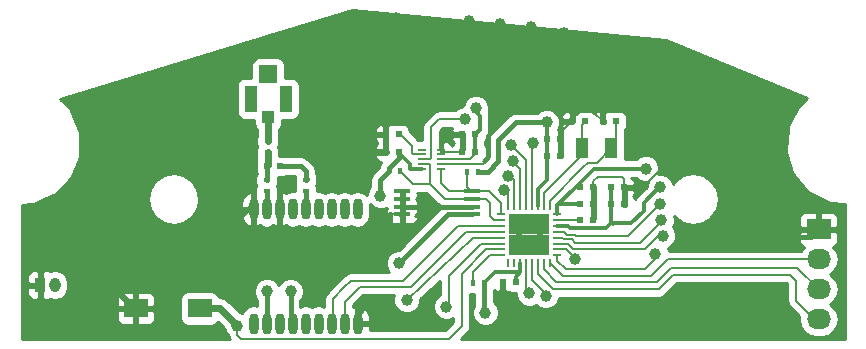
<source format=gbl>
G04 #@! TF.FileFunction,Copper,L2,Bot,Signal*
%FSLAX46Y46*%
G04 Gerber Fmt 4.6, Leading zero omitted, Abs format (unit mm)*
G04 Created by KiCad (PCBNEW 4.0.5+dfsg1-4~bpo8+1) date Tue May  8 14:16:50 2018*
%MOMM*%
%LPD*%
G01*
G04 APERTURE LIST*
%ADD10C,0.100000*%
%ADD11C,1.000000*%
%ADD12R,1.100000X2.250000*%
%ADD13R,1.050000X1.100000*%
%ADD14R,1.524000X1.524000*%
%ADD15R,1.450000X0.450000*%
%ADD16O,0.800000X1.800000*%
%ADD17R,0.950000X1.250000*%
%ADD18O,0.950000X1.250000*%
%ADD19R,0.600000X0.500000*%
%ADD20R,0.400000X0.600000*%
%ADD21R,2.000000X1.600000*%
%ADD22R,0.250000X0.700000*%
%ADD23R,0.700000X0.250000*%
%ADD24R,1.725000X1.725000*%
%ADD25R,1.000000X1.800000*%
%ADD26R,2.032000X1.727200*%
%ADD27O,2.032000X1.727200*%
%ADD28R,0.600000X0.400000*%
%ADD29C,0.600000*%
%ADD30C,0.400000*%
%ADD31C,0.200000*%
%ADD32C,0.300000*%
%ADD33C,0.350000*%
%ADD34C,0.254000*%
G04 APERTURE END LIST*
D10*
D11*
X161550000Y-100700000D03*
X159000000Y-106350000D03*
X159000000Y-104350000D03*
X159000000Y-102350000D03*
X145350000Y-110900000D03*
X145350000Y-108900000D03*
X145350000Y-106900000D03*
X145350000Y-104900000D03*
X137800000Y-111400000D03*
X137800000Y-109400000D03*
X137800000Y-107400000D03*
X137800000Y-105400000D03*
D12*
X143375000Y-107000000D03*
X140425000Y-107000000D03*
D13*
X141900000Y-108550000D03*
D14*
X141900000Y-104900000D03*
D11*
X146220000Y-123340000D03*
X149710000Y-111090000D03*
X145350000Y-102900000D03*
X137010000Y-119500000D03*
X148100000Y-100500000D03*
X145950000Y-100900000D03*
X142250000Y-101950000D03*
X144200000Y-101400000D03*
X158900000Y-100450000D03*
X169600000Y-101900000D03*
X166950000Y-101400000D03*
X137410000Y-114800000D03*
X140050000Y-102650000D03*
X137800000Y-103400000D03*
X135950000Y-104050000D03*
X137750000Y-113250000D03*
X152700000Y-102200000D03*
X152700000Y-104100000D03*
X150390000Y-100240000D03*
X129600000Y-106250000D03*
X131826000Y-105410000D03*
X179100000Y-112600000D03*
X179200000Y-118900000D03*
X177500000Y-118900000D03*
X178000000Y-111400000D03*
X182100000Y-107000000D03*
X179600000Y-105200000D03*
X184300000Y-114700000D03*
X184300000Y-112700000D03*
X184300000Y-110700000D03*
X184300000Y-108700000D03*
X175100000Y-124600000D03*
X173000000Y-124600000D03*
X171000000Y-124600000D03*
X177000000Y-123200000D03*
X169000000Y-124600000D03*
X167200000Y-124600000D03*
X179200000Y-126600000D03*
X186000000Y-126600000D03*
X183900000Y-126600000D03*
X181500000Y-126600000D03*
X176920000Y-104020000D03*
X162750000Y-104350000D03*
X171050000Y-104300000D03*
X166850000Y-104300000D03*
X174600000Y-103200000D03*
X172150000Y-102450000D03*
X152750000Y-100150000D03*
X152700000Y-106000000D03*
X152720000Y-107820000D03*
X164200000Y-100950000D03*
X134000000Y-104650000D03*
X127370000Y-106840000D03*
X126470000Y-108450000D03*
X126520000Y-110320000D03*
X126520000Y-112420000D03*
X124920000Y-114720000D03*
X122520000Y-116420000D03*
D15*
X153250000Y-116775000D03*
X153250000Y-116125000D03*
X153250000Y-115475000D03*
X153250000Y-114825000D03*
X159150000Y-114825000D03*
X159150000Y-115475000D03*
X159150000Y-116125000D03*
X159150000Y-116775000D03*
D11*
X164900000Y-119300000D03*
X163200000Y-119300000D03*
X163200000Y-117600000D03*
X164900000Y-117600000D03*
D16*
X140680000Y-116350000D03*
X141780000Y-116350000D03*
X142880000Y-116350000D03*
X143980000Y-116350000D03*
X145080000Y-116350000D03*
X146180000Y-116350000D03*
X147280000Y-116350000D03*
X148380000Y-116350000D03*
X149480000Y-116350000D03*
X149480000Y-126050000D03*
X148380000Y-126050000D03*
X147280000Y-126050000D03*
X146180000Y-126050000D03*
X145080000Y-126050000D03*
X143980000Y-126050000D03*
X142880000Y-126050000D03*
X141780000Y-126050000D03*
X140680000Y-126050000D03*
D11*
X122600000Y-118300000D03*
X122600000Y-120100000D03*
D17*
X122630000Y-122770000D03*
D18*
X123880000Y-122770000D03*
D19*
X165550000Y-111800000D03*
X166650000Y-111800000D03*
X162850000Y-122500000D03*
X161750000Y-122500000D03*
X170950000Y-115900000D03*
X172050000Y-115900000D03*
X170950000Y-114500000D03*
X172050000Y-114500000D03*
X168350000Y-114500000D03*
X169450000Y-114500000D03*
X168350000Y-115900000D03*
X169450000Y-115900000D03*
X168750000Y-108900000D03*
X167650000Y-108900000D03*
X171350000Y-108900000D03*
X170250000Y-108900000D03*
X152950000Y-111500000D03*
X151850000Y-111500000D03*
X159450000Y-111500000D03*
X158350000Y-111500000D03*
X159450000Y-110000000D03*
X158350000Y-110000000D03*
X152950000Y-110000000D03*
X151850000Y-110000000D03*
D20*
X160150000Y-122600000D03*
X159250000Y-122600000D03*
X159650000Y-113200000D03*
X158750000Y-113200000D03*
X152150000Y-113100000D03*
X153050000Y-113100000D03*
D21*
X136100000Y-124750000D03*
X130700000Y-124750000D03*
D22*
X165750000Y-120900000D03*
X165250000Y-120900000D03*
X164750000Y-120900000D03*
X164250000Y-120900000D03*
X163750000Y-120900000D03*
X163250000Y-120900000D03*
X162750000Y-120900000D03*
X162250000Y-120900000D03*
D23*
X161600000Y-120250000D03*
X161600000Y-119750000D03*
X161600000Y-119250000D03*
X161600000Y-118750000D03*
X161600000Y-118250000D03*
X161600000Y-117750000D03*
X161600000Y-117250000D03*
X161600000Y-116750000D03*
D22*
X162250000Y-116100000D03*
X162750000Y-116100000D03*
X163250000Y-116100000D03*
X163750000Y-116100000D03*
X164250000Y-116100000D03*
X164750000Y-116100000D03*
X165250000Y-116100000D03*
X165750000Y-116100000D03*
D23*
X166400000Y-116750000D03*
X166400000Y-117250000D03*
X166400000Y-117750000D03*
X166400000Y-118250000D03*
X166400000Y-118750000D03*
X166400000Y-119250000D03*
X166400000Y-119750000D03*
X166400000Y-120250000D03*
D24*
X163137500Y-117637500D03*
X164862500Y-117637500D03*
X163137500Y-119362500D03*
X164862500Y-119362500D03*
D23*
X154900000Y-112900000D03*
X154900000Y-112500000D03*
X154900000Y-112100000D03*
X154900000Y-111700000D03*
X154900000Y-111300000D03*
X156500000Y-111300000D03*
X156500000Y-111700000D03*
X156500000Y-112100000D03*
X156500000Y-112500000D03*
X156500000Y-112900000D03*
D25*
X170950000Y-111200000D03*
X168450000Y-111200000D03*
D26*
X188520000Y-118040000D03*
D27*
X188520000Y-120580000D03*
X188520000Y-123120000D03*
X188520000Y-125660000D03*
D19*
X165550000Y-110400000D03*
X166650000Y-110400000D03*
X168350000Y-117300000D03*
X169450000Y-117300000D03*
X142890000Y-112700000D03*
X141790000Y-112700000D03*
D28*
X145100000Y-113900000D03*
X145100000Y-114800000D03*
X141780000Y-113890000D03*
X141780000Y-114790000D03*
X141850000Y-110600000D03*
X141850000Y-111500000D03*
D11*
X152200000Y-118200000D03*
X138700000Y-122800000D03*
X126400000Y-120600000D03*
X151290000Y-124620000D03*
X156840000Y-110060000D03*
X162000000Y-124200000D03*
X178500000Y-110100000D03*
X173700000Y-107800000D03*
X175100000Y-114500000D03*
X173900000Y-112900000D03*
X160300000Y-125100000D03*
X165500000Y-109000000D03*
X159500000Y-107800000D03*
X143800000Y-123300000D03*
X151400000Y-115200000D03*
X141800000Y-123300000D03*
X153650000Y-124030000D03*
X157000000Y-124600000D03*
X162200000Y-113500000D03*
X139300000Y-126200000D03*
X162600000Y-112300000D03*
X175200000Y-117300000D03*
X162500000Y-110900000D03*
X164300000Y-110700000D03*
X165400000Y-123700000D03*
X174700000Y-120100000D03*
X175300000Y-118600000D03*
X175100000Y-115900000D03*
X164010000Y-123480000D03*
X161900000Y-114700000D03*
X167890000Y-120560000D03*
X158600000Y-108700000D03*
X153000000Y-120900000D03*
D29*
X130700000Y-124750000D02*
X130550000Y-124750000D01*
X130550000Y-124750000D02*
X126400000Y-120600000D01*
X151850000Y-111500000D02*
X150120000Y-111500000D01*
X150120000Y-111500000D02*
X149710000Y-111090000D01*
D30*
X142430000Y-119500000D02*
X150900000Y-119500000D01*
X150900000Y-119500000D02*
X152200000Y-118200000D01*
X137010000Y-119500000D02*
X142430000Y-119500000D01*
X142430000Y-119500000D02*
X142500000Y-119500000D01*
X142880000Y-119120000D02*
X142880000Y-116350000D01*
X142500000Y-119500000D02*
X142880000Y-119120000D01*
X137010000Y-119500000D02*
X137010000Y-121110000D01*
X137010000Y-121110000D02*
X138700000Y-122800000D01*
X151290000Y-124620000D02*
X150040000Y-124620000D01*
X150040000Y-124620000D02*
X149480000Y-125180000D01*
X149480000Y-125180000D02*
X149480000Y-126050000D01*
X140800000Y-115890000D02*
X140620000Y-115890000D01*
X140620000Y-115890000D02*
X138690000Y-117820000D01*
X138690000Y-117820000D02*
X137010000Y-119500000D01*
X150040000Y-124620000D02*
X149570000Y-125090000D01*
X149860000Y-124800000D02*
X149570000Y-125090000D01*
X159150000Y-116125000D02*
X153250000Y-116125000D01*
X187860000Y-118700000D02*
X188520000Y-118040000D01*
D31*
X156500000Y-112500000D02*
X160100000Y-112500000D01*
X161300000Y-107800000D02*
X171000000Y-107800000D01*
X160700000Y-108400000D02*
X161300000Y-107800000D01*
X160700000Y-111900000D02*
X160700000Y-108400000D01*
X160100000Y-112500000D02*
X160700000Y-111900000D01*
X136500000Y-120600000D02*
X126400000Y-120600000D01*
X138700000Y-122800000D02*
X136500000Y-120600000D01*
X125900000Y-120100000D02*
X122600000Y-120100000D01*
X126400000Y-120600000D02*
X125900000Y-120100000D01*
X156900000Y-110000000D02*
X158350000Y-110000000D01*
X156840000Y-110060000D02*
X156900000Y-110000000D01*
X161750000Y-122500000D02*
X161750000Y-123950000D01*
X161750000Y-123950000D02*
X162000000Y-124200000D01*
X164862500Y-119362500D02*
X163137500Y-119362500D01*
X164862500Y-117637500D02*
X164862500Y-119362500D01*
X163137500Y-117637500D02*
X164862500Y-117637500D01*
X178500000Y-110100000D02*
X182100000Y-110100000D01*
X188520000Y-116520000D02*
X188520000Y-118040000D01*
X182100000Y-110100000D02*
X188520000Y-116520000D01*
X176200000Y-107800000D02*
X173700000Y-107800000D01*
X178500000Y-110100000D02*
X176200000Y-107800000D01*
X173700000Y-107800000D02*
X174200000Y-107800000D01*
X173600000Y-114500000D02*
X172050000Y-114500000D01*
X175700000Y-112400000D02*
X173600000Y-114500000D01*
X175700000Y-109300000D02*
X175700000Y-112400000D01*
X174200000Y-107800000D02*
X175700000Y-109300000D01*
X169450000Y-114500000D02*
X169450000Y-113950000D01*
X169450000Y-113950000D02*
X169800000Y-113600000D01*
X169800000Y-113600000D02*
X171900000Y-113600000D01*
X171900000Y-113600000D02*
X172050000Y-113750000D01*
X172050000Y-113750000D02*
X172050000Y-114500000D01*
X172050000Y-115900000D02*
X172050000Y-114500000D01*
X151850000Y-111500000D02*
X151800000Y-111500000D01*
X158350000Y-111500000D02*
X156700000Y-111500000D01*
X156700000Y-111500000D02*
X156500000Y-111300000D01*
X158350000Y-110000000D02*
X158350000Y-111500000D01*
X170800000Y-107800000D02*
X170700000Y-107800000D01*
X170700000Y-107800000D02*
X170250000Y-108250000D01*
X170250000Y-108900000D02*
X170250000Y-108250000D01*
X170800000Y-107800000D02*
X171000000Y-107800000D01*
X171000000Y-107800000D02*
X173700000Y-107800000D01*
X167650000Y-108900000D02*
X167650000Y-108750000D01*
X167650000Y-108750000D02*
X168300000Y-108100000D01*
X169450000Y-108100000D02*
X170250000Y-108900000D01*
X168300000Y-108100000D02*
X169450000Y-108100000D01*
X166650000Y-111800000D02*
X166650000Y-110400000D01*
X166650000Y-110400000D02*
X166650000Y-109900000D01*
X166650000Y-109900000D02*
X167650000Y-108900000D01*
X153250000Y-116775000D02*
X152200000Y-116775000D01*
X142975000Y-116775000D02*
X142970000Y-116770000D01*
X153250000Y-116125000D02*
X153250000Y-116775000D01*
X153250000Y-115475000D02*
X153250000Y-116125000D01*
X153250000Y-114825000D02*
X153250000Y-115475000D01*
X156500000Y-111300000D02*
X156500000Y-111700000D01*
X151850000Y-110000000D02*
X151850000Y-111500000D01*
X169450000Y-115900000D02*
X169450000Y-117400000D01*
X169450000Y-115900000D02*
X169450000Y-114500000D01*
D30*
X152200000Y-118200000D02*
X152200000Y-116775000D01*
X184100000Y-118700000D02*
X187860000Y-118700000D01*
X143800000Y-123300000D02*
X143800000Y-125870000D01*
X143800000Y-125870000D02*
X143980000Y-126050000D01*
D32*
X153050000Y-111600000D02*
X152950000Y-111500000D01*
X152950000Y-111500000D02*
X152950000Y-111550000D01*
X152950000Y-111550000D02*
X153900000Y-112500000D01*
X153900000Y-112500000D02*
X153900000Y-112900000D01*
X154900000Y-112900000D02*
X153900000Y-112900000D01*
X167450000Y-117950000D02*
X170550000Y-117950000D01*
X170550000Y-117950000D02*
X170950000Y-117550000D01*
X170950000Y-117550000D02*
X171050000Y-117550000D01*
X171100000Y-117600000D02*
X171100000Y-117550000D01*
X171050000Y-117550000D02*
X171100000Y-117600000D01*
X159450000Y-110000000D02*
X159450000Y-111500000D01*
X159500000Y-107800000D02*
X159500000Y-108080000D01*
X159850000Y-109600000D02*
X159450000Y-110000000D01*
X159850000Y-108430000D02*
X159850000Y-109600000D01*
X159500000Y-108080000D02*
X159850000Y-108430000D01*
D30*
X165500000Y-109000000D02*
X162900000Y-109000000D01*
X160500000Y-113200000D02*
X159650000Y-113200000D01*
X161400000Y-112300000D02*
X160500000Y-113200000D01*
X161400000Y-110500000D02*
X161400000Y-112300000D01*
X162900000Y-109000000D02*
X161400000Y-110500000D01*
D32*
X170950000Y-117550000D02*
X171100000Y-117550000D01*
X171100000Y-117550000D02*
X172650000Y-117550000D01*
D31*
X175000000Y-114500000D02*
X175100000Y-114500000D01*
D32*
X173700000Y-115800000D02*
X175000000Y-114500000D01*
X173700000Y-116500000D02*
X173700000Y-115800000D01*
X172650000Y-117550000D02*
X173700000Y-116500000D01*
X173900000Y-112900000D02*
X169500000Y-112900000D01*
X169500000Y-112900000D02*
X167800000Y-114600000D01*
D31*
X162850000Y-122500000D02*
X162850000Y-122650000D01*
D30*
X160150000Y-124950000D02*
X160150000Y-122600000D01*
D31*
X160300000Y-125100000D02*
X160150000Y-124950000D01*
D32*
X165550000Y-111800000D02*
X165550000Y-113850000D01*
X164750000Y-114650000D02*
X164750000Y-116100000D01*
X165550000Y-113850000D02*
X164750000Y-114650000D01*
X165550000Y-110400000D02*
X165550000Y-111800000D01*
X165550000Y-109050000D02*
X165550000Y-110400000D01*
D31*
X165500000Y-109000000D02*
X165550000Y-109050000D01*
D32*
X162850000Y-122500000D02*
X162850000Y-122050000D01*
X162850000Y-122050000D02*
X163250000Y-121650000D01*
X160150000Y-122600000D02*
X160200000Y-122600000D01*
X160200000Y-122600000D02*
X161100000Y-121700000D01*
X161100000Y-121700000D02*
X163200000Y-121700000D01*
D31*
X163200000Y-121700000D02*
X163250000Y-121650000D01*
D32*
X163250000Y-121650000D02*
X163250000Y-120900000D01*
D31*
X153050000Y-111600000D02*
X152950000Y-111500000D01*
D30*
X152950000Y-111500000D02*
X152950000Y-111750000D01*
D31*
X154100000Y-112900000D02*
X154900000Y-112900000D01*
D30*
X151400000Y-113900000D02*
X152150000Y-113150000D01*
X151400000Y-115200000D02*
X151400000Y-113900000D01*
D31*
X152150000Y-113150000D02*
X152150000Y-113100000D01*
X156500000Y-112100000D02*
X159000000Y-112100000D01*
X159000000Y-112100000D02*
X159450000Y-111650000D01*
X159450000Y-111650000D02*
X159450000Y-111500000D01*
X154900000Y-112900000D02*
X154100000Y-112900000D01*
X152150000Y-113100000D02*
X152150000Y-112850000D01*
D30*
X152150000Y-112850000D02*
X152950000Y-112050000D01*
X152950000Y-112050000D02*
X152950000Y-111500000D01*
D32*
X166400000Y-117750000D02*
X167250000Y-117750000D01*
X170950000Y-117550000D02*
X170950000Y-115900000D01*
X167250000Y-117750000D02*
X167450000Y-117950000D01*
X170950000Y-115900000D02*
X170950000Y-114500000D01*
X168350000Y-115900000D02*
X166500000Y-115900000D01*
D31*
X166500000Y-115900000D02*
X166400000Y-116000000D01*
D32*
X166400000Y-116750000D02*
X166400000Y-116000000D01*
D31*
X167900000Y-114500000D02*
X168350000Y-114500000D01*
D32*
X166400000Y-116000000D02*
X167800000Y-114600000D01*
D31*
X167800000Y-114600000D02*
X167900000Y-114500000D01*
X168450000Y-111200000D02*
X168450000Y-111750000D01*
X168450000Y-111750000D02*
X165250000Y-114950000D01*
X165250000Y-114950000D02*
X165250000Y-116100000D01*
X168450000Y-111200000D02*
X168450000Y-109200000D01*
X168450000Y-109200000D02*
X168750000Y-108900000D01*
X168450000Y-111200000D02*
X168450000Y-111650000D01*
X169000000Y-112400000D02*
X169750000Y-112400000D01*
X169750000Y-112400000D02*
X170950000Y-111200000D01*
X170950000Y-111200000D02*
X170900000Y-111200000D01*
X168600000Y-112800000D02*
X169000000Y-112400000D01*
X165750000Y-116100000D02*
X165750000Y-115650000D01*
X165750000Y-115650000D02*
X168600000Y-112800000D01*
X171350000Y-108900000D02*
X171350000Y-110800000D01*
X171350000Y-110800000D02*
X170950000Y-111200000D01*
D30*
X141800000Y-123300000D02*
X141800000Y-126030000D01*
X141800000Y-126030000D02*
X141780000Y-126050000D01*
D31*
X161600000Y-120250000D02*
X160650000Y-120250000D01*
X159250000Y-121650000D02*
X159250000Y-122600000D01*
X160650000Y-120250000D02*
X159250000Y-121650000D01*
X188520000Y-120580000D02*
X175720000Y-120580000D01*
X166850000Y-122000000D02*
X165750000Y-120900000D01*
X174300000Y-122000000D02*
X166850000Y-122000000D01*
X175720000Y-120580000D02*
X174300000Y-122000000D01*
X165250000Y-120900000D02*
X165250000Y-121450000D01*
X186700000Y-121300000D02*
X188520000Y-123120000D01*
X176000000Y-121300000D02*
X186700000Y-121300000D01*
X174800000Y-122500000D02*
X176000000Y-121300000D01*
X166300000Y-122500000D02*
X174800000Y-122500000D01*
X165250000Y-121450000D02*
X166300000Y-122500000D01*
X188520000Y-125660000D02*
X188160000Y-125660000D01*
X188160000Y-125660000D02*
X186600000Y-124100000D01*
X186600000Y-124100000D02*
X186600000Y-122400000D01*
X186600000Y-122400000D02*
X186100000Y-121900000D01*
X186100000Y-121900000D02*
X176200000Y-121900000D01*
X176200000Y-121900000D02*
X175000000Y-123100000D01*
X175000000Y-123100000D02*
X166000000Y-123100000D01*
X166000000Y-123100000D02*
X164750000Y-121850000D01*
X164750000Y-121850000D02*
X164750000Y-120900000D01*
X161600000Y-118750000D02*
X159290000Y-118750000D01*
X159290000Y-118750000D02*
X153650000Y-124030000D01*
X157200000Y-122000000D02*
X157200000Y-124400000D01*
X157200000Y-124400000D02*
X157000000Y-124600000D01*
X161600000Y-119250000D02*
X159950000Y-119250000D01*
X159950000Y-119250000D02*
X157200000Y-122000000D01*
X162400000Y-113500000D02*
X162750000Y-113850000D01*
X162750000Y-113850000D02*
X162750000Y-116100000D01*
X162200000Y-113500000D02*
X162400000Y-113500000D01*
D29*
X136100000Y-124750000D02*
X137850000Y-124750000D01*
X137850000Y-124750000D02*
X139300000Y-126200000D01*
D31*
X139300000Y-126200000D02*
X139300000Y-127010000D01*
X158300000Y-126220000D02*
X158300000Y-125110000D01*
X157190000Y-127330000D02*
X158300000Y-126220000D01*
X139620000Y-127330000D02*
X157190000Y-127330000D01*
X139300000Y-127010000D02*
X139620000Y-127330000D01*
X158300000Y-124400000D02*
X158300000Y-125110000D01*
X161600000Y-119750000D02*
X160350000Y-119750000D01*
X158300000Y-121800000D02*
X158300000Y-124400000D01*
X160350000Y-119750000D02*
X158300000Y-121800000D01*
X163250000Y-116100000D02*
X163250000Y-112950000D01*
X163250000Y-112950000D02*
X162600000Y-112300000D01*
X167600000Y-118900000D02*
X167900000Y-119200000D01*
X175200000Y-117400000D02*
X175200000Y-117300000D01*
X173400000Y-119200000D02*
X175200000Y-117400000D01*
X167900000Y-119200000D02*
X173400000Y-119200000D01*
X166400000Y-118750000D02*
X166800002Y-118750000D01*
X166950002Y-118900000D02*
X167600000Y-118900000D01*
X166800002Y-118750000D02*
X166950002Y-118900000D01*
X163750000Y-116100000D02*
X163750000Y-112150000D01*
X163750000Y-112150000D02*
X162500000Y-110900000D01*
X164250000Y-116100000D02*
X164250000Y-110750000D01*
X164250000Y-110750000D02*
X164300000Y-110700000D01*
X164250000Y-120900000D02*
X164250000Y-122350000D01*
X165400000Y-123500000D02*
X165400000Y-123700000D01*
X164250000Y-122350000D02*
X165400000Y-123500000D01*
X148365000Y-122935000D02*
X147370000Y-123930000D01*
X147370000Y-123930000D02*
X147370000Y-125960000D01*
X147370000Y-125960000D02*
X147280000Y-126050000D01*
X147370000Y-124290000D02*
X147370000Y-125560000D01*
X147370000Y-125560000D02*
X147400000Y-125590000D01*
X158200000Y-117750000D02*
X157950000Y-117750000D01*
X147370000Y-123930000D02*
X147370000Y-124290000D01*
X147370000Y-124290000D02*
X147370000Y-125090000D01*
X148900000Y-122400000D02*
X148365000Y-122935000D01*
X153300000Y-122400000D02*
X148900000Y-122400000D01*
X157950000Y-117750000D02*
X153300000Y-122400000D01*
X161600000Y-117750000D02*
X158200000Y-117750000D01*
X154430000Y-122470000D02*
X154000000Y-122900000D01*
X154000000Y-122900000D02*
X149640000Y-122900000D01*
X149640000Y-122900000D02*
X148380000Y-124160000D01*
X148380000Y-126050000D02*
X148380000Y-124160000D01*
X148380000Y-124160000D02*
X149640000Y-122900000D01*
X158650000Y-118250000D02*
X154430000Y-122470000D01*
X161600000Y-118250000D02*
X158650000Y-118250000D01*
X166400000Y-120250000D02*
X166400000Y-120690000D01*
X174700000Y-120520000D02*
X174700000Y-120100000D01*
X173840000Y-121380000D02*
X174700000Y-120520000D01*
X167090000Y-121380000D02*
X173840000Y-121380000D01*
X166400000Y-120690000D02*
X167090000Y-121380000D01*
X166400000Y-120250000D02*
X166650000Y-120250000D01*
X166400000Y-119250000D02*
X167250000Y-119250000D01*
X174900000Y-118600000D02*
X175300000Y-118600000D01*
X173800000Y-119700000D02*
X174900000Y-118600000D01*
X167700000Y-119700000D02*
X173800000Y-119700000D01*
X167250000Y-119250000D02*
X167700000Y-119700000D01*
X166400000Y-118250000D02*
X166950000Y-118250000D01*
X172400000Y-118600000D02*
X175100000Y-115900000D01*
X168000000Y-118600000D02*
X172400000Y-118600000D01*
X167900000Y-118500000D02*
X168000000Y-118600000D01*
X167200000Y-118500000D02*
X167900000Y-118500000D01*
X166950000Y-118250000D02*
X167200000Y-118500000D01*
X163750000Y-120900000D02*
X163750000Y-123220000D01*
X163750000Y-123220000D02*
X164010000Y-123480000D01*
X162250000Y-116100000D02*
X162250000Y-115050000D01*
X162250000Y-115050000D02*
X161900000Y-114700000D01*
X152950000Y-110000000D02*
X153100000Y-110000000D01*
X153100000Y-110000000D02*
X154100000Y-111000000D01*
X154100000Y-111000000D02*
X154100000Y-111600000D01*
X154100000Y-111600000D02*
X154200000Y-111700000D01*
X154200000Y-111700000D02*
X154900000Y-111700000D01*
X158750000Y-113200000D02*
X158750000Y-114425000D01*
X158750000Y-114425000D02*
X159150000Y-114825000D01*
X159150000Y-114825000D02*
X160625000Y-114825000D01*
X161600000Y-115800000D02*
X161600000Y-116750000D01*
X160625000Y-114825000D02*
X161600000Y-115800000D01*
X159150000Y-114825000D02*
X157225000Y-114825000D01*
X156500000Y-114100000D02*
X156500000Y-112900000D01*
X157225000Y-114825000D02*
X156500000Y-114100000D01*
X161600000Y-117250000D02*
X161050000Y-117250000D01*
X160375000Y-115475000D02*
X159150000Y-115475000D01*
X160700000Y-115800000D02*
X160375000Y-115475000D01*
X160700000Y-116900000D02*
X160700000Y-115800000D01*
X161050000Y-117250000D02*
X160700000Y-116900000D01*
X153050000Y-113100000D02*
X153100000Y-113100000D01*
X153100000Y-113100000D02*
X154200000Y-114200000D01*
X154200000Y-114200000D02*
X155600000Y-114200000D01*
X154900000Y-112500000D02*
X155500000Y-112500000D01*
X156875000Y-115475000D02*
X159150000Y-115475000D01*
X155600000Y-114200000D02*
X156875000Y-115475000D01*
X155600000Y-112600000D02*
X155600000Y-114200000D01*
X155500000Y-112500000D02*
X155600000Y-112600000D01*
X166400000Y-119750000D02*
X167150000Y-119750000D01*
X167890000Y-120490000D02*
X167890000Y-120560000D01*
X167150000Y-119750000D02*
X167890000Y-120490000D01*
X158600000Y-108700000D02*
X156400000Y-108700000D01*
X155700000Y-109400000D02*
X155700000Y-111600000D01*
X156400000Y-108700000D02*
X155700000Y-109400000D01*
X154900000Y-112100000D02*
X155600000Y-112100000D01*
X155700000Y-112000000D02*
X155700000Y-111600000D01*
X155600000Y-112100000D02*
X155700000Y-112000000D01*
X166400000Y-117250000D02*
X168300000Y-117250000D01*
X168300000Y-117250000D02*
X168350000Y-117300000D01*
D30*
X157125000Y-116775000D02*
X159150000Y-116775000D01*
X153000000Y-120900000D02*
X157125000Y-116775000D01*
D29*
X141850000Y-111500000D02*
X141850000Y-112640000D01*
X141850000Y-112640000D02*
X141790000Y-112700000D01*
D33*
X141790000Y-112700000D02*
X141790000Y-111560000D01*
X141790000Y-111560000D02*
X141850000Y-111500000D01*
D30*
X141780000Y-113890000D02*
X141780000Y-112710000D01*
X141780000Y-112710000D02*
X141790000Y-112700000D01*
X141780000Y-112770000D02*
X141720000Y-112710000D01*
X145100000Y-114800000D02*
X145100000Y-116330000D01*
X145100000Y-116330000D02*
X145080000Y-116350000D01*
X141780000Y-116350000D02*
X141780000Y-114790000D01*
X141860000Y-115850000D02*
X141900000Y-115890000D01*
D29*
X141900000Y-108550000D02*
X141900000Y-110550000D01*
X141900000Y-110550000D02*
X141850000Y-110600000D01*
D30*
X142890000Y-112700000D02*
X144680000Y-112700000D01*
X145100000Y-113120000D02*
X145100000Y-113900000D01*
X144680000Y-112700000D02*
X145100000Y-113120000D01*
X145200000Y-113800000D02*
X145180000Y-113780000D01*
X145170000Y-113790000D02*
X145180000Y-113780000D01*
D34*
G36*
X175583727Y-101979897D02*
X187550529Y-106936709D01*
X186914126Y-107515412D01*
X186842190Y-107612739D01*
X186766659Y-107707285D01*
X185959433Y-109266537D01*
X185887713Y-109514683D01*
X185885222Y-109523302D01*
X185736143Y-111272773D01*
X185765840Y-111538392D01*
X186297603Y-113211744D01*
X186426687Y-113445779D01*
X187558335Y-114788258D01*
X187742020Y-114934999D01*
X187767155Y-114955079D01*
X189326407Y-115762305D01*
X189583171Y-115836516D01*
X190705804Y-115932180D01*
X190705804Y-127349399D01*
X158210047Y-127349399D01*
X158819723Y-126739724D01*
X158979051Y-126501272D01*
X159009232Y-126349541D01*
X159035000Y-126220000D01*
X159035000Y-123544402D01*
X159050000Y-123547440D01*
X159315000Y-123547440D01*
X159315000Y-124512480D01*
X159165197Y-124873244D01*
X159164803Y-125324775D01*
X159337233Y-125742086D01*
X159656235Y-126061645D01*
X160073244Y-126234803D01*
X160524775Y-126235197D01*
X160942086Y-126062767D01*
X161261645Y-125743765D01*
X161434803Y-125326756D01*
X161435197Y-124875225D01*
X161262767Y-124457914D01*
X160985000Y-124179662D01*
X160985000Y-123183026D01*
X161090302Y-123288327D01*
X161323691Y-123385000D01*
X161464250Y-123385000D01*
X161623000Y-123226250D01*
X161623000Y-122625000D01*
X161603000Y-122625000D01*
X161603000Y-122485000D01*
X161897000Y-122485000D01*
X161897000Y-122625000D01*
X161877000Y-122625000D01*
X161877000Y-123226250D01*
X162035750Y-123385000D01*
X162176309Y-123385000D01*
X162287283Y-123339033D01*
X162298110Y-123346431D01*
X162550000Y-123397440D01*
X162875071Y-123397440D01*
X162874803Y-123704775D01*
X163047233Y-124122086D01*
X163366235Y-124441645D01*
X163783244Y-124614803D01*
X164234775Y-124615197D01*
X164571130Y-124476217D01*
X164756235Y-124661645D01*
X165173244Y-124834803D01*
X165624775Y-124835197D01*
X166042086Y-124662767D01*
X166361645Y-124343765D01*
X166534803Y-123926756D01*
X166534883Y-123835000D01*
X175000000Y-123835000D01*
X175281272Y-123779051D01*
X175519723Y-123619723D01*
X176504447Y-122635000D01*
X185795554Y-122635000D01*
X185865000Y-122704447D01*
X185865000Y-124100000D01*
X185902544Y-124288745D01*
X185920949Y-124381272D01*
X186080277Y-124619723D01*
X186883757Y-125423203D01*
X186836655Y-125660000D01*
X186950729Y-126233489D01*
X187275585Y-126719670D01*
X187761766Y-127044526D01*
X188335255Y-127158600D01*
X188704745Y-127158600D01*
X189278234Y-127044526D01*
X189764415Y-126719670D01*
X190089271Y-126233489D01*
X190203345Y-125660000D01*
X190089271Y-125086511D01*
X189764415Y-124600330D01*
X189449634Y-124390000D01*
X189764415Y-124179670D01*
X190089271Y-123693489D01*
X190203345Y-123120000D01*
X190089271Y-122546511D01*
X189764415Y-122060330D01*
X189449634Y-121850000D01*
X189764415Y-121639670D01*
X190089271Y-121153489D01*
X190203345Y-120580000D01*
X190089271Y-120006511D01*
X189764415Y-119520330D01*
X189742220Y-119505500D01*
X189895698Y-119441927D01*
X190074327Y-119263299D01*
X190171000Y-119029910D01*
X190171000Y-118325750D01*
X190012250Y-118167000D01*
X188647000Y-118167000D01*
X188647000Y-118187000D01*
X188393000Y-118187000D01*
X188393000Y-118167000D01*
X187027750Y-118167000D01*
X186869000Y-118325750D01*
X186869000Y-119029910D01*
X186965673Y-119263299D01*
X187144302Y-119441927D01*
X187297780Y-119505500D01*
X187275585Y-119520330D01*
X187058647Y-119845000D01*
X175822708Y-119845000D01*
X175740507Y-119646058D01*
X175942086Y-119562767D01*
X176261645Y-119243765D01*
X176434803Y-118826756D01*
X176435197Y-118375225D01*
X176262767Y-117957914D01*
X176187202Y-117882217D01*
X176334803Y-117526756D01*
X176335197Y-117075225D01*
X176276434Y-116933009D01*
X176345776Y-117036786D01*
X177054641Y-117510435D01*
X177890804Y-117676758D01*
X178726967Y-117510435D01*
X179415921Y-117050090D01*
X186869000Y-117050090D01*
X186869000Y-117754250D01*
X187027750Y-117913000D01*
X188393000Y-117913000D01*
X188393000Y-116700150D01*
X188647000Y-116700150D01*
X188647000Y-117913000D01*
X190012250Y-117913000D01*
X190171000Y-117754250D01*
X190171000Y-117050090D01*
X190074327Y-116816701D01*
X189895698Y-116638073D01*
X189662309Y-116541400D01*
X188805750Y-116541400D01*
X188647000Y-116700150D01*
X188393000Y-116700150D01*
X188234250Y-116541400D01*
X187377691Y-116541400D01*
X187144302Y-116638073D01*
X186965673Y-116816701D01*
X186869000Y-117050090D01*
X179415921Y-117050090D01*
X179435832Y-117036786D01*
X179909481Y-116327921D01*
X180075804Y-115491758D01*
X179909481Y-114655595D01*
X179435832Y-113946730D01*
X178726967Y-113473081D01*
X177890804Y-113306758D01*
X177054641Y-113473081D01*
X176345776Y-113946730D01*
X176193581Y-114174506D01*
X176062767Y-113857914D01*
X175743765Y-113538355D01*
X175326756Y-113365197D01*
X174935935Y-113364856D01*
X175034803Y-113126756D01*
X175035197Y-112675225D01*
X174862767Y-112257914D01*
X174543765Y-111938355D01*
X174126756Y-111765197D01*
X173675225Y-111764803D01*
X173257914Y-111937233D01*
X173079837Y-112115000D01*
X172094402Y-112115000D01*
X172097440Y-112100000D01*
X172097440Y-110300000D01*
X172085000Y-110233887D01*
X172085000Y-109624669D01*
X172101441Y-109614090D01*
X172246431Y-109401890D01*
X172297440Y-109150000D01*
X172297440Y-108650000D01*
X172253162Y-108414683D01*
X172114090Y-108198559D01*
X171901890Y-108053569D01*
X171650000Y-108002560D01*
X171050000Y-108002560D01*
X170814683Y-108046838D01*
X170790594Y-108062339D01*
X170676309Y-108015000D01*
X170535750Y-108015000D01*
X170377000Y-108173750D01*
X170377000Y-108775000D01*
X170397000Y-108775000D01*
X170397000Y-109025000D01*
X170377000Y-109025000D01*
X170377000Y-109047000D01*
X170123000Y-109047000D01*
X170123000Y-109025000D01*
X170103000Y-109025000D01*
X170103000Y-108775000D01*
X170123000Y-108775000D01*
X170123000Y-108173750D01*
X169964250Y-108015000D01*
X169823691Y-108015000D01*
X169590302Y-108111673D01*
X169507748Y-108194226D01*
X169301890Y-108053569D01*
X169050000Y-108002560D01*
X168450000Y-108002560D01*
X168214683Y-108046838D01*
X168190594Y-108062339D01*
X168076309Y-108015000D01*
X167935750Y-108015000D01*
X167777000Y-108173750D01*
X167777000Y-108775000D01*
X167797000Y-108775000D01*
X167797000Y-108879740D01*
X167770949Y-108918728D01*
X167745434Y-109047000D01*
X167523000Y-109047000D01*
X167523000Y-109025000D01*
X166873750Y-109025000D01*
X166715000Y-109183750D01*
X166715000Y-109276310D01*
X166811673Y-109509699D01*
X166876362Y-109574388D01*
X166777000Y-109673750D01*
X166777000Y-110275000D01*
X166797000Y-110275000D01*
X166797000Y-110525000D01*
X166777000Y-110525000D01*
X166777000Y-111675000D01*
X166797000Y-111675000D01*
X166797000Y-111925000D01*
X166777000Y-111925000D01*
X166777000Y-111947000D01*
X166523000Y-111947000D01*
X166523000Y-111925000D01*
X166503000Y-111925000D01*
X166503000Y-111675000D01*
X166523000Y-111675000D01*
X166523000Y-110525000D01*
X166503000Y-110525000D01*
X166503000Y-110275000D01*
X166523000Y-110275000D01*
X166523000Y-109673750D01*
X166470849Y-109621599D01*
X166634803Y-109226756D01*
X166635197Y-108775225D01*
X166531265Y-108523690D01*
X166715000Y-108523690D01*
X166715000Y-108616250D01*
X166873750Y-108775000D01*
X167523000Y-108775000D01*
X167523000Y-108173750D01*
X167364250Y-108015000D01*
X167223691Y-108015000D01*
X166990302Y-108111673D01*
X166811673Y-108290301D01*
X166715000Y-108523690D01*
X166531265Y-108523690D01*
X166462767Y-108357914D01*
X166143765Y-108038355D01*
X165726756Y-107865197D01*
X165275225Y-107864803D01*
X164857914Y-108037233D01*
X164729924Y-108165000D01*
X162900000Y-108165000D01*
X162580459Y-108228561D01*
X162358469Y-108376890D01*
X162309566Y-108409566D01*
X160809566Y-109909566D01*
X160628561Y-110180459D01*
X160565000Y-110500000D01*
X160565000Y-111954132D01*
X160169421Y-112349711D01*
X160101890Y-112303569D01*
X160071843Y-112297484D01*
X160201441Y-112214090D01*
X160346431Y-112001890D01*
X160397440Y-111750000D01*
X160397440Y-111250000D01*
X160353162Y-111014683D01*
X160235000Y-110831054D01*
X160235000Y-110664975D01*
X160346431Y-110501890D01*
X160397440Y-110250000D01*
X160397440Y-110162718D01*
X160405079Y-110155079D01*
X160408473Y-110150000D01*
X160575245Y-109900406D01*
X160635000Y-109600000D01*
X160635000Y-108430000D01*
X160580704Y-108157040D01*
X160634803Y-108026756D01*
X160635197Y-107575225D01*
X160462767Y-107157914D01*
X160143765Y-106838355D01*
X159726756Y-106665197D01*
X159275225Y-106664803D01*
X158857914Y-106837233D01*
X158538355Y-107156235D01*
X158367351Y-107568056D01*
X157957914Y-107737233D01*
X157729749Y-107965000D01*
X156400000Y-107965000D01*
X156165394Y-108011667D01*
X156118727Y-108020949D01*
X155880276Y-108180277D01*
X155180277Y-108880277D01*
X155020949Y-109118728D01*
X154965000Y-109400000D01*
X154965000Y-110527560D01*
X154651317Y-110527560D01*
X154619724Y-110480277D01*
X153897440Y-109757994D01*
X153897440Y-109750000D01*
X153853162Y-109514683D01*
X153714090Y-109298559D01*
X153501890Y-109153569D01*
X153250000Y-109102560D01*
X152650000Y-109102560D01*
X152414683Y-109146838D01*
X152390594Y-109162339D01*
X152276309Y-109115000D01*
X152135750Y-109115000D01*
X151977000Y-109273750D01*
X151977000Y-109875000D01*
X151997000Y-109875000D01*
X151997000Y-110125000D01*
X151977000Y-110125000D01*
X151977000Y-110726250D01*
X152000750Y-110750000D01*
X151977000Y-110773750D01*
X151977000Y-111375000D01*
X151997000Y-111375000D01*
X151997000Y-111625000D01*
X151977000Y-111625000D01*
X151977000Y-111647000D01*
X151723000Y-111647000D01*
X151723000Y-111625000D01*
X151073750Y-111625000D01*
X150915000Y-111783750D01*
X150915000Y-111876310D01*
X151011673Y-112109699D01*
X151190302Y-112288327D01*
X151423691Y-112385000D01*
X151465017Y-112385000D01*
X151353569Y-112548110D01*
X151302560Y-112800000D01*
X151302560Y-112816572D01*
X150809566Y-113309566D01*
X150628561Y-113580459D01*
X150565000Y-113900000D01*
X150565000Y-114429811D01*
X150438355Y-114556235D01*
X150265197Y-114973244D01*
X150265027Y-115167649D01*
X150211856Y-115088072D01*
X149876077Y-114863713D01*
X149480000Y-114784928D01*
X149083923Y-114863713D01*
X148930000Y-114966560D01*
X148776077Y-114863713D01*
X148380000Y-114784928D01*
X147983923Y-114863713D01*
X147830000Y-114966560D01*
X147676077Y-114863713D01*
X147280000Y-114784928D01*
X146883923Y-114863713D01*
X146730000Y-114966560D01*
X146576077Y-114863713D01*
X146180000Y-114784928D01*
X146047440Y-114811296D01*
X146047440Y-114600000D01*
X146003162Y-114364683D01*
X145995658Y-114353021D01*
X145996431Y-114351890D01*
X146047440Y-114100000D01*
X146047440Y-113700000D01*
X146003162Y-113464683D01*
X145935000Y-113358756D01*
X145935000Y-113120000D01*
X145928404Y-113086838D01*
X145871440Y-112800460D01*
X145690434Y-112529566D01*
X145270434Y-112109566D01*
X145203736Y-112065000D01*
X144999541Y-111928561D01*
X144680000Y-111865000D01*
X143458620Y-111865000D01*
X143441890Y-111853569D01*
X143190000Y-111802560D01*
X142785000Y-111802560D01*
X142785000Y-111761431D01*
X142797440Y-111700000D01*
X142797440Y-111300000D01*
X142753162Y-111064683D01*
X142745658Y-111053021D01*
X142746431Y-111051890D01*
X142797440Y-110800000D01*
X142797440Y-110738826D01*
X142835000Y-110550000D01*
X142835000Y-110283750D01*
X150915000Y-110283750D01*
X150915000Y-110376310D01*
X151011673Y-110609699D01*
X151151975Y-110750000D01*
X151011673Y-110890301D01*
X150915000Y-111123690D01*
X150915000Y-111216250D01*
X151073750Y-111375000D01*
X151723000Y-111375000D01*
X151723000Y-110773750D01*
X151699250Y-110750000D01*
X151723000Y-110726250D01*
X151723000Y-110125000D01*
X151073750Y-110125000D01*
X150915000Y-110283750D01*
X142835000Y-110283750D01*
X142835000Y-109623690D01*
X150915000Y-109623690D01*
X150915000Y-109716250D01*
X151073750Y-109875000D01*
X151723000Y-109875000D01*
X151723000Y-109273750D01*
X151564250Y-109115000D01*
X151423691Y-109115000D01*
X151190302Y-109211673D01*
X151011673Y-109390301D01*
X150915000Y-109623690D01*
X142835000Y-109623690D01*
X142835000Y-109590757D01*
X142876441Y-109564090D01*
X143021431Y-109351890D01*
X143072440Y-109100000D01*
X143072440Y-108772440D01*
X143925000Y-108772440D01*
X144160317Y-108728162D01*
X144376441Y-108589090D01*
X144521431Y-108376890D01*
X144572440Y-108125000D01*
X144572440Y-105875000D01*
X144528162Y-105639683D01*
X144389090Y-105423559D01*
X144176890Y-105278569D01*
X143925000Y-105227560D01*
X143309440Y-105227560D01*
X143309440Y-104138000D01*
X143265162Y-103902683D01*
X143126090Y-103686559D01*
X142913890Y-103541569D01*
X142662000Y-103490560D01*
X141138000Y-103490560D01*
X140902683Y-103534838D01*
X140686559Y-103673910D01*
X140541569Y-103886110D01*
X140490560Y-104138000D01*
X140490560Y-105227560D01*
X139875000Y-105227560D01*
X139639683Y-105271838D01*
X139423559Y-105410910D01*
X139278569Y-105623110D01*
X139227560Y-105875000D01*
X139227560Y-108125000D01*
X139271838Y-108360317D01*
X139410910Y-108576441D01*
X139623110Y-108721431D01*
X139875000Y-108772440D01*
X140727560Y-108772440D01*
X140727560Y-109100000D01*
X140771838Y-109335317D01*
X140910910Y-109551441D01*
X140965000Y-109588399D01*
X140965000Y-110131380D01*
X140953569Y-110148110D01*
X140902560Y-110400000D01*
X140902560Y-110800000D01*
X140946838Y-111035317D01*
X140954342Y-111046979D01*
X140953569Y-111048110D01*
X140902560Y-111300000D01*
X140902560Y-111700000D01*
X140915000Y-111766113D01*
X140915000Y-112166745D01*
X140893569Y-112198110D01*
X140842560Y-112450000D01*
X140842560Y-112950000D01*
X140886838Y-113185317D01*
X140945000Y-113275703D01*
X140945000Y-113348203D01*
X140883569Y-113438110D01*
X140832560Y-113690000D01*
X140832560Y-114090000D01*
X140876838Y-114325317D01*
X140884342Y-114336979D01*
X140883569Y-114338110D01*
X140832560Y-114590000D01*
X140832560Y-114962495D01*
X140807000Y-114983002D01*
X140807000Y-115508234D01*
X140745000Y-115819928D01*
X140745000Y-116880072D01*
X140807000Y-117191766D01*
X140807000Y-117716998D01*
X140966123Y-117844666D01*
X141215240Y-117723577D01*
X141383923Y-117836287D01*
X141780000Y-117915072D01*
X142176077Y-117836287D01*
X142344760Y-117723577D01*
X142593877Y-117844666D01*
X142753000Y-117716998D01*
X142753000Y-117191766D01*
X142815000Y-116880072D01*
X142815000Y-115819928D01*
X142753000Y-115508234D01*
X142753000Y-114983002D01*
X142727440Y-114962495D01*
X142727440Y-114590000D01*
X142683162Y-114354683D01*
X142675658Y-114343021D01*
X142676431Y-114341890D01*
X142727440Y-114090000D01*
X142727440Y-113690000D01*
X142710024Y-113597440D01*
X143190000Y-113597440D01*
X143425317Y-113553162D01*
X143453542Y-113535000D01*
X144185973Y-113535000D01*
X144152560Y-113700000D01*
X144152560Y-114100000D01*
X144196838Y-114335317D01*
X144204342Y-114346979D01*
X144203569Y-114348110D01*
X144152560Y-114600000D01*
X144152560Y-114819252D01*
X143980000Y-114784928D01*
X143583923Y-114863713D01*
X143415240Y-114976423D01*
X143166123Y-114855334D01*
X143007000Y-114983002D01*
X143007000Y-115508234D01*
X142945000Y-115819928D01*
X142945000Y-116880072D01*
X143007000Y-117191766D01*
X143007000Y-117716998D01*
X143166123Y-117844666D01*
X143415240Y-117723577D01*
X143583923Y-117836287D01*
X143980000Y-117915072D01*
X144376077Y-117836287D01*
X144530000Y-117733440D01*
X144683923Y-117836287D01*
X145080000Y-117915072D01*
X145476077Y-117836287D01*
X145630000Y-117733440D01*
X145783923Y-117836287D01*
X146180000Y-117915072D01*
X146576077Y-117836287D01*
X146730000Y-117733440D01*
X146883923Y-117836287D01*
X147280000Y-117915072D01*
X147676077Y-117836287D01*
X147830000Y-117733440D01*
X147983923Y-117836287D01*
X148380000Y-117915072D01*
X148776077Y-117836287D01*
X148930000Y-117733440D01*
X149083923Y-117836287D01*
X149480000Y-117915072D01*
X149876077Y-117836287D01*
X150211856Y-117611928D01*
X150436215Y-117276149D01*
X150515000Y-116880072D01*
X150515000Y-115919989D01*
X150756235Y-116161645D01*
X151173244Y-116334803D01*
X151624775Y-116335197D01*
X151890000Y-116225608D01*
X151890000Y-116252002D01*
X151961116Y-116252002D01*
X151909403Y-116376847D01*
X151890000Y-116396250D01*
X151890000Y-116503750D01*
X151909403Y-116523153D01*
X151986673Y-116709699D01*
X152164475Y-116887500D01*
X152048750Y-116887500D01*
X151890000Y-117046250D01*
X151890000Y-117126310D01*
X151986673Y-117359699D01*
X152165302Y-117538327D01*
X152398691Y-117635000D01*
X152964250Y-117635000D01*
X153123000Y-117476250D01*
X153123000Y-116887500D01*
X153061750Y-116887500D01*
X153123000Y-116826250D01*
X153123000Y-114773750D01*
X153103000Y-114753750D01*
X153103000Y-114712500D01*
X153123000Y-114712500D01*
X153123000Y-114678000D01*
X153377000Y-114678000D01*
X153377000Y-114712500D01*
X153397000Y-114712500D01*
X153397000Y-114753750D01*
X153377000Y-114773750D01*
X153377000Y-116826250D01*
X153438250Y-116887500D01*
X153377000Y-116887500D01*
X153377000Y-117476250D01*
X153535750Y-117635000D01*
X154101309Y-117635000D01*
X154334698Y-117538327D01*
X154513327Y-117359699D01*
X154610000Y-117126310D01*
X154610000Y-117046250D01*
X154451250Y-116887500D01*
X154335525Y-116887500D01*
X154513327Y-116709699D01*
X154590597Y-116523153D01*
X154610000Y-116503750D01*
X154610000Y-116396250D01*
X154590597Y-116376847D01*
X154513327Y-116190301D01*
X154448026Y-116125000D01*
X154513327Y-116059699D01*
X154590597Y-115873153D01*
X154610000Y-115853750D01*
X154610000Y-115746250D01*
X154590597Y-115726847D01*
X154513327Y-115540301D01*
X154448026Y-115475000D01*
X154513327Y-115409699D01*
X154590597Y-115223153D01*
X154610000Y-115203750D01*
X154610000Y-115096250D01*
X154590597Y-115076847D01*
X154538884Y-114952002D01*
X154610000Y-114952002D01*
X154610000Y-114935000D01*
X155295554Y-114935000D01*
X156355276Y-115994723D01*
X156510678Y-116098559D01*
X156586981Y-116149543D01*
X156563847Y-116165001D01*
X156534566Y-116184566D01*
X152954173Y-119764959D01*
X152775225Y-119764803D01*
X152357914Y-119937233D01*
X152038355Y-120256235D01*
X151865197Y-120673244D01*
X151864803Y-121124775D01*
X152037233Y-121542086D01*
X152159933Y-121665000D01*
X148900000Y-121665000D01*
X148629894Y-121718728D01*
X148618728Y-121720949D01*
X148380276Y-121880277D01*
X147845279Y-122415275D01*
X147845276Y-122415277D01*
X146850277Y-123410277D01*
X146690949Y-123648728D01*
X146635000Y-123930000D01*
X146635000Y-124603084D01*
X146576077Y-124563713D01*
X146180000Y-124484928D01*
X145783923Y-124563713D01*
X145630000Y-124666560D01*
X145476077Y-124563713D01*
X145080000Y-124484928D01*
X144683923Y-124563713D01*
X144635000Y-124596402D01*
X144635000Y-124070189D01*
X144761645Y-123943765D01*
X144934803Y-123526756D01*
X144935197Y-123075225D01*
X144762767Y-122657914D01*
X144443765Y-122338355D01*
X144026756Y-122165197D01*
X143575225Y-122164803D01*
X143157914Y-122337233D01*
X142838355Y-122656235D01*
X142800120Y-122748315D01*
X142762767Y-122657914D01*
X142443765Y-122338355D01*
X142026756Y-122165197D01*
X141575225Y-122164803D01*
X141157914Y-122337233D01*
X140838355Y-122656235D01*
X140665197Y-123073244D01*
X140664803Y-123524775D01*
X140837233Y-123942086D01*
X140965000Y-124070076D01*
X140965000Y-124541618D01*
X140680000Y-124484928D01*
X140283923Y-124563713D01*
X139948144Y-124788072D01*
X139723785Y-125123851D01*
X139719530Y-125145244D01*
X139526756Y-125065197D01*
X139487453Y-125065163D01*
X138511145Y-124088855D01*
X138207809Y-123886173D01*
X137850000Y-123815000D01*
X137722038Y-123815000D01*
X137703162Y-123714683D01*
X137564090Y-123498559D01*
X137351890Y-123353569D01*
X137100000Y-123302560D01*
X135100000Y-123302560D01*
X134864683Y-123346838D01*
X134648559Y-123485910D01*
X134503569Y-123698110D01*
X134452560Y-123950000D01*
X134452560Y-125550000D01*
X134496838Y-125785317D01*
X134635910Y-126001441D01*
X134848110Y-126146431D01*
X135100000Y-126197440D01*
X137100000Y-126197440D01*
X137335317Y-126153162D01*
X137551441Y-126014090D01*
X137649007Y-125871297D01*
X138164836Y-126387126D01*
X138164803Y-126424775D01*
X138337233Y-126842086D01*
X138579967Y-127085244D01*
X138595388Y-127162767D01*
X138620949Y-127291272D01*
X138659788Y-127349399D01*
X121075804Y-127349399D01*
X121075804Y-125035750D01*
X129065000Y-125035750D01*
X129065000Y-125676310D01*
X129161673Y-125909699D01*
X129340302Y-126088327D01*
X129573691Y-126185000D01*
X130414250Y-126185000D01*
X130573000Y-126026250D01*
X130573000Y-124877000D01*
X130827000Y-124877000D01*
X130827000Y-126026250D01*
X130985750Y-126185000D01*
X131826309Y-126185000D01*
X132059698Y-126088327D01*
X132238327Y-125909699D01*
X132335000Y-125676310D01*
X132335000Y-125035750D01*
X132176250Y-124877000D01*
X130827000Y-124877000D01*
X130573000Y-124877000D01*
X129223750Y-124877000D01*
X129065000Y-125035750D01*
X121075804Y-125035750D01*
X121075804Y-123055750D01*
X121520000Y-123055750D01*
X121520000Y-123521310D01*
X121616673Y-123754699D01*
X121795302Y-123933327D01*
X122028691Y-124030000D01*
X122344250Y-124030000D01*
X122503000Y-123871250D01*
X122503000Y-122897000D01*
X121678750Y-122897000D01*
X121520000Y-123055750D01*
X121075804Y-123055750D01*
X121075804Y-122018690D01*
X121520000Y-122018690D01*
X121520000Y-122484250D01*
X121678750Y-122643000D01*
X122503000Y-122643000D01*
X122503000Y-121668750D01*
X122757000Y-121668750D01*
X122757000Y-122643000D01*
X122770000Y-122643000D01*
X122770000Y-122897000D01*
X122757000Y-122897000D01*
X122757000Y-123871250D01*
X122915750Y-124030000D01*
X123231309Y-124030000D01*
X123424790Y-123949858D01*
X123455221Y-123970191D01*
X123880000Y-124054685D01*
X124304779Y-123970191D01*
X124524033Y-123823690D01*
X129065000Y-123823690D01*
X129065000Y-124464250D01*
X129223750Y-124623000D01*
X130573000Y-124623000D01*
X130573000Y-123473750D01*
X130827000Y-123473750D01*
X130827000Y-124623000D01*
X132176250Y-124623000D01*
X132335000Y-124464250D01*
X132335000Y-123823690D01*
X132238327Y-123590301D01*
X132059698Y-123411673D01*
X131826309Y-123315000D01*
X130985750Y-123315000D01*
X130827000Y-123473750D01*
X130573000Y-123473750D01*
X130414250Y-123315000D01*
X129573691Y-123315000D01*
X129340302Y-123411673D01*
X129161673Y-123590301D01*
X129065000Y-123823690D01*
X124524033Y-123823690D01*
X124664889Y-123729574D01*
X124905506Y-123369464D01*
X124990000Y-122944685D01*
X124990000Y-122595315D01*
X124905506Y-122170536D01*
X124664889Y-121810426D01*
X124304779Y-121569809D01*
X123880000Y-121485315D01*
X123455221Y-121569809D01*
X123424790Y-121590142D01*
X123231309Y-121510000D01*
X122915750Y-121510000D01*
X122757000Y-121668750D01*
X122503000Y-121668750D01*
X122344250Y-121510000D01*
X122028691Y-121510000D01*
X121795302Y-121606673D01*
X121616673Y-121785301D01*
X121520000Y-122018690D01*
X121075804Y-122018690D01*
X121075804Y-115956314D01*
X121844816Y-115919797D01*
X121962262Y-115890582D01*
X122080711Y-115865801D01*
X122959053Y-115491758D01*
X131705804Y-115491758D01*
X131872127Y-116327921D01*
X132345776Y-117036786D01*
X133054641Y-117510435D01*
X133890804Y-117676758D01*
X134726967Y-117510435D01*
X135435832Y-117036786D01*
X135809869Y-116477000D01*
X139645000Y-116477000D01*
X139645000Y-116977000D01*
X139772385Y-117363410D01*
X140037947Y-117671658D01*
X140393877Y-117844666D01*
X140553000Y-117716998D01*
X140553000Y-116477000D01*
X139645000Y-116477000D01*
X135809869Y-116477000D01*
X135909481Y-116327921D01*
X136029807Y-115723000D01*
X139645000Y-115723000D01*
X139645000Y-116223000D01*
X140553000Y-116223000D01*
X140553000Y-114983002D01*
X140393877Y-114855334D01*
X140037947Y-115028342D01*
X139772385Y-115336590D01*
X139645000Y-115723000D01*
X136029807Y-115723000D01*
X136075804Y-115491758D01*
X135909481Y-114655595D01*
X135435832Y-113946730D01*
X134726967Y-113473081D01*
X133890804Y-113306758D01*
X133054641Y-113473081D01*
X132345776Y-113946730D01*
X131872127Y-114655595D01*
X131705804Y-115491758D01*
X122959053Y-115491758D01*
X123696143Y-115177868D01*
X123916893Y-115027187D01*
X125146100Y-113773420D01*
X125292383Y-113549732D01*
X125948225Y-111921006D01*
X125997772Y-111658364D01*
X125980404Y-109902637D01*
X125958269Y-109796838D01*
X125925671Y-109641027D01*
X125237737Y-108025594D01*
X125087057Y-107804844D01*
X125087054Y-107804842D01*
X124281433Y-107015003D01*
X148978228Y-99441187D01*
X175583727Y-101979897D01*
X175583727Y-101979897D01*
G37*
X175583727Y-101979897D02*
X187550529Y-106936709D01*
X186914126Y-107515412D01*
X186842190Y-107612739D01*
X186766659Y-107707285D01*
X185959433Y-109266537D01*
X185887713Y-109514683D01*
X185885222Y-109523302D01*
X185736143Y-111272773D01*
X185765840Y-111538392D01*
X186297603Y-113211744D01*
X186426687Y-113445779D01*
X187558335Y-114788258D01*
X187742020Y-114934999D01*
X187767155Y-114955079D01*
X189326407Y-115762305D01*
X189583171Y-115836516D01*
X190705804Y-115932180D01*
X190705804Y-127349399D01*
X158210047Y-127349399D01*
X158819723Y-126739724D01*
X158979051Y-126501272D01*
X159009232Y-126349541D01*
X159035000Y-126220000D01*
X159035000Y-123544402D01*
X159050000Y-123547440D01*
X159315000Y-123547440D01*
X159315000Y-124512480D01*
X159165197Y-124873244D01*
X159164803Y-125324775D01*
X159337233Y-125742086D01*
X159656235Y-126061645D01*
X160073244Y-126234803D01*
X160524775Y-126235197D01*
X160942086Y-126062767D01*
X161261645Y-125743765D01*
X161434803Y-125326756D01*
X161435197Y-124875225D01*
X161262767Y-124457914D01*
X160985000Y-124179662D01*
X160985000Y-123183026D01*
X161090302Y-123288327D01*
X161323691Y-123385000D01*
X161464250Y-123385000D01*
X161623000Y-123226250D01*
X161623000Y-122625000D01*
X161603000Y-122625000D01*
X161603000Y-122485000D01*
X161897000Y-122485000D01*
X161897000Y-122625000D01*
X161877000Y-122625000D01*
X161877000Y-123226250D01*
X162035750Y-123385000D01*
X162176309Y-123385000D01*
X162287283Y-123339033D01*
X162298110Y-123346431D01*
X162550000Y-123397440D01*
X162875071Y-123397440D01*
X162874803Y-123704775D01*
X163047233Y-124122086D01*
X163366235Y-124441645D01*
X163783244Y-124614803D01*
X164234775Y-124615197D01*
X164571130Y-124476217D01*
X164756235Y-124661645D01*
X165173244Y-124834803D01*
X165624775Y-124835197D01*
X166042086Y-124662767D01*
X166361645Y-124343765D01*
X166534803Y-123926756D01*
X166534883Y-123835000D01*
X175000000Y-123835000D01*
X175281272Y-123779051D01*
X175519723Y-123619723D01*
X176504447Y-122635000D01*
X185795554Y-122635000D01*
X185865000Y-122704447D01*
X185865000Y-124100000D01*
X185902544Y-124288745D01*
X185920949Y-124381272D01*
X186080277Y-124619723D01*
X186883757Y-125423203D01*
X186836655Y-125660000D01*
X186950729Y-126233489D01*
X187275585Y-126719670D01*
X187761766Y-127044526D01*
X188335255Y-127158600D01*
X188704745Y-127158600D01*
X189278234Y-127044526D01*
X189764415Y-126719670D01*
X190089271Y-126233489D01*
X190203345Y-125660000D01*
X190089271Y-125086511D01*
X189764415Y-124600330D01*
X189449634Y-124390000D01*
X189764415Y-124179670D01*
X190089271Y-123693489D01*
X190203345Y-123120000D01*
X190089271Y-122546511D01*
X189764415Y-122060330D01*
X189449634Y-121850000D01*
X189764415Y-121639670D01*
X190089271Y-121153489D01*
X190203345Y-120580000D01*
X190089271Y-120006511D01*
X189764415Y-119520330D01*
X189742220Y-119505500D01*
X189895698Y-119441927D01*
X190074327Y-119263299D01*
X190171000Y-119029910D01*
X190171000Y-118325750D01*
X190012250Y-118167000D01*
X188647000Y-118167000D01*
X188647000Y-118187000D01*
X188393000Y-118187000D01*
X188393000Y-118167000D01*
X187027750Y-118167000D01*
X186869000Y-118325750D01*
X186869000Y-119029910D01*
X186965673Y-119263299D01*
X187144302Y-119441927D01*
X187297780Y-119505500D01*
X187275585Y-119520330D01*
X187058647Y-119845000D01*
X175822708Y-119845000D01*
X175740507Y-119646058D01*
X175942086Y-119562767D01*
X176261645Y-119243765D01*
X176434803Y-118826756D01*
X176435197Y-118375225D01*
X176262767Y-117957914D01*
X176187202Y-117882217D01*
X176334803Y-117526756D01*
X176335197Y-117075225D01*
X176276434Y-116933009D01*
X176345776Y-117036786D01*
X177054641Y-117510435D01*
X177890804Y-117676758D01*
X178726967Y-117510435D01*
X179415921Y-117050090D01*
X186869000Y-117050090D01*
X186869000Y-117754250D01*
X187027750Y-117913000D01*
X188393000Y-117913000D01*
X188393000Y-116700150D01*
X188647000Y-116700150D01*
X188647000Y-117913000D01*
X190012250Y-117913000D01*
X190171000Y-117754250D01*
X190171000Y-117050090D01*
X190074327Y-116816701D01*
X189895698Y-116638073D01*
X189662309Y-116541400D01*
X188805750Y-116541400D01*
X188647000Y-116700150D01*
X188393000Y-116700150D01*
X188234250Y-116541400D01*
X187377691Y-116541400D01*
X187144302Y-116638073D01*
X186965673Y-116816701D01*
X186869000Y-117050090D01*
X179415921Y-117050090D01*
X179435832Y-117036786D01*
X179909481Y-116327921D01*
X180075804Y-115491758D01*
X179909481Y-114655595D01*
X179435832Y-113946730D01*
X178726967Y-113473081D01*
X177890804Y-113306758D01*
X177054641Y-113473081D01*
X176345776Y-113946730D01*
X176193581Y-114174506D01*
X176062767Y-113857914D01*
X175743765Y-113538355D01*
X175326756Y-113365197D01*
X174935935Y-113364856D01*
X175034803Y-113126756D01*
X175035197Y-112675225D01*
X174862767Y-112257914D01*
X174543765Y-111938355D01*
X174126756Y-111765197D01*
X173675225Y-111764803D01*
X173257914Y-111937233D01*
X173079837Y-112115000D01*
X172094402Y-112115000D01*
X172097440Y-112100000D01*
X172097440Y-110300000D01*
X172085000Y-110233887D01*
X172085000Y-109624669D01*
X172101441Y-109614090D01*
X172246431Y-109401890D01*
X172297440Y-109150000D01*
X172297440Y-108650000D01*
X172253162Y-108414683D01*
X172114090Y-108198559D01*
X171901890Y-108053569D01*
X171650000Y-108002560D01*
X171050000Y-108002560D01*
X170814683Y-108046838D01*
X170790594Y-108062339D01*
X170676309Y-108015000D01*
X170535750Y-108015000D01*
X170377000Y-108173750D01*
X170377000Y-108775000D01*
X170397000Y-108775000D01*
X170397000Y-109025000D01*
X170377000Y-109025000D01*
X170377000Y-109047000D01*
X170123000Y-109047000D01*
X170123000Y-109025000D01*
X170103000Y-109025000D01*
X170103000Y-108775000D01*
X170123000Y-108775000D01*
X170123000Y-108173750D01*
X169964250Y-108015000D01*
X169823691Y-108015000D01*
X169590302Y-108111673D01*
X169507748Y-108194226D01*
X169301890Y-108053569D01*
X169050000Y-108002560D01*
X168450000Y-108002560D01*
X168214683Y-108046838D01*
X168190594Y-108062339D01*
X168076309Y-108015000D01*
X167935750Y-108015000D01*
X167777000Y-108173750D01*
X167777000Y-108775000D01*
X167797000Y-108775000D01*
X167797000Y-108879740D01*
X167770949Y-108918728D01*
X167745434Y-109047000D01*
X167523000Y-109047000D01*
X167523000Y-109025000D01*
X166873750Y-109025000D01*
X166715000Y-109183750D01*
X166715000Y-109276310D01*
X166811673Y-109509699D01*
X166876362Y-109574388D01*
X166777000Y-109673750D01*
X166777000Y-110275000D01*
X166797000Y-110275000D01*
X166797000Y-110525000D01*
X166777000Y-110525000D01*
X166777000Y-111675000D01*
X166797000Y-111675000D01*
X166797000Y-111925000D01*
X166777000Y-111925000D01*
X166777000Y-111947000D01*
X166523000Y-111947000D01*
X166523000Y-111925000D01*
X166503000Y-111925000D01*
X166503000Y-111675000D01*
X166523000Y-111675000D01*
X166523000Y-110525000D01*
X166503000Y-110525000D01*
X166503000Y-110275000D01*
X166523000Y-110275000D01*
X166523000Y-109673750D01*
X166470849Y-109621599D01*
X166634803Y-109226756D01*
X166635197Y-108775225D01*
X166531265Y-108523690D01*
X166715000Y-108523690D01*
X166715000Y-108616250D01*
X166873750Y-108775000D01*
X167523000Y-108775000D01*
X167523000Y-108173750D01*
X167364250Y-108015000D01*
X167223691Y-108015000D01*
X166990302Y-108111673D01*
X166811673Y-108290301D01*
X166715000Y-108523690D01*
X166531265Y-108523690D01*
X166462767Y-108357914D01*
X166143765Y-108038355D01*
X165726756Y-107865197D01*
X165275225Y-107864803D01*
X164857914Y-108037233D01*
X164729924Y-108165000D01*
X162900000Y-108165000D01*
X162580459Y-108228561D01*
X162358469Y-108376890D01*
X162309566Y-108409566D01*
X160809566Y-109909566D01*
X160628561Y-110180459D01*
X160565000Y-110500000D01*
X160565000Y-111954132D01*
X160169421Y-112349711D01*
X160101890Y-112303569D01*
X160071843Y-112297484D01*
X160201441Y-112214090D01*
X160346431Y-112001890D01*
X160397440Y-111750000D01*
X160397440Y-111250000D01*
X160353162Y-111014683D01*
X160235000Y-110831054D01*
X160235000Y-110664975D01*
X160346431Y-110501890D01*
X160397440Y-110250000D01*
X160397440Y-110162718D01*
X160405079Y-110155079D01*
X160408473Y-110150000D01*
X160575245Y-109900406D01*
X160635000Y-109600000D01*
X160635000Y-108430000D01*
X160580704Y-108157040D01*
X160634803Y-108026756D01*
X160635197Y-107575225D01*
X160462767Y-107157914D01*
X160143765Y-106838355D01*
X159726756Y-106665197D01*
X159275225Y-106664803D01*
X158857914Y-106837233D01*
X158538355Y-107156235D01*
X158367351Y-107568056D01*
X157957914Y-107737233D01*
X157729749Y-107965000D01*
X156400000Y-107965000D01*
X156165394Y-108011667D01*
X156118727Y-108020949D01*
X155880276Y-108180277D01*
X155180277Y-108880277D01*
X155020949Y-109118728D01*
X154965000Y-109400000D01*
X154965000Y-110527560D01*
X154651317Y-110527560D01*
X154619724Y-110480277D01*
X153897440Y-109757994D01*
X153897440Y-109750000D01*
X153853162Y-109514683D01*
X153714090Y-109298559D01*
X153501890Y-109153569D01*
X153250000Y-109102560D01*
X152650000Y-109102560D01*
X152414683Y-109146838D01*
X152390594Y-109162339D01*
X152276309Y-109115000D01*
X152135750Y-109115000D01*
X151977000Y-109273750D01*
X151977000Y-109875000D01*
X151997000Y-109875000D01*
X151997000Y-110125000D01*
X151977000Y-110125000D01*
X151977000Y-110726250D01*
X152000750Y-110750000D01*
X151977000Y-110773750D01*
X151977000Y-111375000D01*
X151997000Y-111375000D01*
X151997000Y-111625000D01*
X151977000Y-111625000D01*
X151977000Y-111647000D01*
X151723000Y-111647000D01*
X151723000Y-111625000D01*
X151073750Y-111625000D01*
X150915000Y-111783750D01*
X150915000Y-111876310D01*
X151011673Y-112109699D01*
X151190302Y-112288327D01*
X151423691Y-112385000D01*
X151465017Y-112385000D01*
X151353569Y-112548110D01*
X151302560Y-112800000D01*
X151302560Y-112816572D01*
X150809566Y-113309566D01*
X150628561Y-113580459D01*
X150565000Y-113900000D01*
X150565000Y-114429811D01*
X150438355Y-114556235D01*
X150265197Y-114973244D01*
X150265027Y-115167649D01*
X150211856Y-115088072D01*
X149876077Y-114863713D01*
X149480000Y-114784928D01*
X149083923Y-114863713D01*
X148930000Y-114966560D01*
X148776077Y-114863713D01*
X148380000Y-114784928D01*
X147983923Y-114863713D01*
X147830000Y-114966560D01*
X147676077Y-114863713D01*
X147280000Y-114784928D01*
X146883923Y-114863713D01*
X146730000Y-114966560D01*
X146576077Y-114863713D01*
X146180000Y-114784928D01*
X146047440Y-114811296D01*
X146047440Y-114600000D01*
X146003162Y-114364683D01*
X145995658Y-114353021D01*
X145996431Y-114351890D01*
X146047440Y-114100000D01*
X146047440Y-113700000D01*
X146003162Y-113464683D01*
X145935000Y-113358756D01*
X145935000Y-113120000D01*
X145928404Y-113086838D01*
X145871440Y-112800460D01*
X145690434Y-112529566D01*
X145270434Y-112109566D01*
X145203736Y-112065000D01*
X144999541Y-111928561D01*
X144680000Y-111865000D01*
X143458620Y-111865000D01*
X143441890Y-111853569D01*
X143190000Y-111802560D01*
X142785000Y-111802560D01*
X142785000Y-111761431D01*
X142797440Y-111700000D01*
X142797440Y-111300000D01*
X142753162Y-111064683D01*
X142745658Y-111053021D01*
X142746431Y-111051890D01*
X142797440Y-110800000D01*
X142797440Y-110738826D01*
X142835000Y-110550000D01*
X142835000Y-110283750D01*
X150915000Y-110283750D01*
X150915000Y-110376310D01*
X151011673Y-110609699D01*
X151151975Y-110750000D01*
X151011673Y-110890301D01*
X150915000Y-111123690D01*
X150915000Y-111216250D01*
X151073750Y-111375000D01*
X151723000Y-111375000D01*
X151723000Y-110773750D01*
X151699250Y-110750000D01*
X151723000Y-110726250D01*
X151723000Y-110125000D01*
X151073750Y-110125000D01*
X150915000Y-110283750D01*
X142835000Y-110283750D01*
X142835000Y-109623690D01*
X150915000Y-109623690D01*
X150915000Y-109716250D01*
X151073750Y-109875000D01*
X151723000Y-109875000D01*
X151723000Y-109273750D01*
X151564250Y-109115000D01*
X151423691Y-109115000D01*
X151190302Y-109211673D01*
X151011673Y-109390301D01*
X150915000Y-109623690D01*
X142835000Y-109623690D01*
X142835000Y-109590757D01*
X142876441Y-109564090D01*
X143021431Y-109351890D01*
X143072440Y-109100000D01*
X143072440Y-108772440D01*
X143925000Y-108772440D01*
X144160317Y-108728162D01*
X144376441Y-108589090D01*
X144521431Y-108376890D01*
X144572440Y-108125000D01*
X144572440Y-105875000D01*
X144528162Y-105639683D01*
X144389090Y-105423559D01*
X144176890Y-105278569D01*
X143925000Y-105227560D01*
X143309440Y-105227560D01*
X143309440Y-104138000D01*
X143265162Y-103902683D01*
X143126090Y-103686559D01*
X142913890Y-103541569D01*
X142662000Y-103490560D01*
X141138000Y-103490560D01*
X140902683Y-103534838D01*
X140686559Y-103673910D01*
X140541569Y-103886110D01*
X140490560Y-104138000D01*
X140490560Y-105227560D01*
X139875000Y-105227560D01*
X139639683Y-105271838D01*
X139423559Y-105410910D01*
X139278569Y-105623110D01*
X139227560Y-105875000D01*
X139227560Y-108125000D01*
X139271838Y-108360317D01*
X139410910Y-108576441D01*
X139623110Y-108721431D01*
X139875000Y-108772440D01*
X140727560Y-108772440D01*
X140727560Y-109100000D01*
X140771838Y-109335317D01*
X140910910Y-109551441D01*
X140965000Y-109588399D01*
X140965000Y-110131380D01*
X140953569Y-110148110D01*
X140902560Y-110400000D01*
X140902560Y-110800000D01*
X140946838Y-111035317D01*
X140954342Y-111046979D01*
X140953569Y-111048110D01*
X140902560Y-111300000D01*
X140902560Y-111700000D01*
X140915000Y-111766113D01*
X140915000Y-112166745D01*
X140893569Y-112198110D01*
X140842560Y-112450000D01*
X140842560Y-112950000D01*
X140886838Y-113185317D01*
X140945000Y-113275703D01*
X140945000Y-113348203D01*
X140883569Y-113438110D01*
X140832560Y-113690000D01*
X140832560Y-114090000D01*
X140876838Y-114325317D01*
X140884342Y-114336979D01*
X140883569Y-114338110D01*
X140832560Y-114590000D01*
X140832560Y-114962495D01*
X140807000Y-114983002D01*
X140807000Y-115508234D01*
X140745000Y-115819928D01*
X140745000Y-116880072D01*
X140807000Y-117191766D01*
X140807000Y-117716998D01*
X140966123Y-117844666D01*
X141215240Y-117723577D01*
X141383923Y-117836287D01*
X141780000Y-117915072D01*
X142176077Y-117836287D01*
X142344760Y-117723577D01*
X142593877Y-117844666D01*
X142753000Y-117716998D01*
X142753000Y-117191766D01*
X142815000Y-116880072D01*
X142815000Y-115819928D01*
X142753000Y-115508234D01*
X142753000Y-114983002D01*
X142727440Y-114962495D01*
X142727440Y-114590000D01*
X142683162Y-114354683D01*
X142675658Y-114343021D01*
X142676431Y-114341890D01*
X142727440Y-114090000D01*
X142727440Y-113690000D01*
X142710024Y-113597440D01*
X143190000Y-113597440D01*
X143425317Y-113553162D01*
X143453542Y-113535000D01*
X144185973Y-113535000D01*
X144152560Y-113700000D01*
X144152560Y-114100000D01*
X144196838Y-114335317D01*
X144204342Y-114346979D01*
X144203569Y-114348110D01*
X144152560Y-114600000D01*
X144152560Y-114819252D01*
X143980000Y-114784928D01*
X143583923Y-114863713D01*
X143415240Y-114976423D01*
X143166123Y-114855334D01*
X143007000Y-114983002D01*
X143007000Y-115508234D01*
X142945000Y-115819928D01*
X142945000Y-116880072D01*
X143007000Y-117191766D01*
X143007000Y-117716998D01*
X143166123Y-117844666D01*
X143415240Y-117723577D01*
X143583923Y-117836287D01*
X143980000Y-117915072D01*
X144376077Y-117836287D01*
X144530000Y-117733440D01*
X144683923Y-117836287D01*
X145080000Y-117915072D01*
X145476077Y-117836287D01*
X145630000Y-117733440D01*
X145783923Y-117836287D01*
X146180000Y-117915072D01*
X146576077Y-117836287D01*
X146730000Y-117733440D01*
X146883923Y-117836287D01*
X147280000Y-117915072D01*
X147676077Y-117836287D01*
X147830000Y-117733440D01*
X147983923Y-117836287D01*
X148380000Y-117915072D01*
X148776077Y-117836287D01*
X148930000Y-117733440D01*
X149083923Y-117836287D01*
X149480000Y-117915072D01*
X149876077Y-117836287D01*
X150211856Y-117611928D01*
X150436215Y-117276149D01*
X150515000Y-116880072D01*
X150515000Y-115919989D01*
X150756235Y-116161645D01*
X151173244Y-116334803D01*
X151624775Y-116335197D01*
X151890000Y-116225608D01*
X151890000Y-116252002D01*
X151961116Y-116252002D01*
X151909403Y-116376847D01*
X151890000Y-116396250D01*
X151890000Y-116503750D01*
X151909403Y-116523153D01*
X151986673Y-116709699D01*
X152164475Y-116887500D01*
X152048750Y-116887500D01*
X151890000Y-117046250D01*
X151890000Y-117126310D01*
X151986673Y-117359699D01*
X152165302Y-117538327D01*
X152398691Y-117635000D01*
X152964250Y-117635000D01*
X153123000Y-117476250D01*
X153123000Y-116887500D01*
X153061750Y-116887500D01*
X153123000Y-116826250D01*
X153123000Y-114773750D01*
X153103000Y-114753750D01*
X153103000Y-114712500D01*
X153123000Y-114712500D01*
X153123000Y-114678000D01*
X153377000Y-114678000D01*
X153377000Y-114712500D01*
X153397000Y-114712500D01*
X153397000Y-114753750D01*
X153377000Y-114773750D01*
X153377000Y-116826250D01*
X153438250Y-116887500D01*
X153377000Y-116887500D01*
X153377000Y-117476250D01*
X153535750Y-117635000D01*
X154101309Y-117635000D01*
X154334698Y-117538327D01*
X154513327Y-117359699D01*
X154610000Y-117126310D01*
X154610000Y-117046250D01*
X154451250Y-116887500D01*
X154335525Y-116887500D01*
X154513327Y-116709699D01*
X154590597Y-116523153D01*
X154610000Y-116503750D01*
X154610000Y-116396250D01*
X154590597Y-116376847D01*
X154513327Y-116190301D01*
X154448026Y-116125000D01*
X154513327Y-116059699D01*
X154590597Y-115873153D01*
X154610000Y-115853750D01*
X154610000Y-115746250D01*
X154590597Y-115726847D01*
X154513327Y-115540301D01*
X154448026Y-115475000D01*
X154513327Y-115409699D01*
X154590597Y-115223153D01*
X154610000Y-115203750D01*
X154610000Y-115096250D01*
X154590597Y-115076847D01*
X154538884Y-114952002D01*
X154610000Y-114952002D01*
X154610000Y-114935000D01*
X155295554Y-114935000D01*
X156355276Y-115994723D01*
X156510678Y-116098559D01*
X156586981Y-116149543D01*
X156563847Y-116165001D01*
X156534566Y-116184566D01*
X152954173Y-119764959D01*
X152775225Y-119764803D01*
X152357914Y-119937233D01*
X152038355Y-120256235D01*
X151865197Y-120673244D01*
X151864803Y-121124775D01*
X152037233Y-121542086D01*
X152159933Y-121665000D01*
X148900000Y-121665000D01*
X148629894Y-121718728D01*
X148618728Y-121720949D01*
X148380276Y-121880277D01*
X147845279Y-122415275D01*
X147845276Y-122415277D01*
X146850277Y-123410277D01*
X146690949Y-123648728D01*
X146635000Y-123930000D01*
X146635000Y-124603084D01*
X146576077Y-124563713D01*
X146180000Y-124484928D01*
X145783923Y-124563713D01*
X145630000Y-124666560D01*
X145476077Y-124563713D01*
X145080000Y-124484928D01*
X144683923Y-124563713D01*
X144635000Y-124596402D01*
X144635000Y-124070189D01*
X144761645Y-123943765D01*
X144934803Y-123526756D01*
X144935197Y-123075225D01*
X144762767Y-122657914D01*
X144443765Y-122338355D01*
X144026756Y-122165197D01*
X143575225Y-122164803D01*
X143157914Y-122337233D01*
X142838355Y-122656235D01*
X142800120Y-122748315D01*
X142762767Y-122657914D01*
X142443765Y-122338355D01*
X142026756Y-122165197D01*
X141575225Y-122164803D01*
X141157914Y-122337233D01*
X140838355Y-122656235D01*
X140665197Y-123073244D01*
X140664803Y-123524775D01*
X140837233Y-123942086D01*
X140965000Y-124070076D01*
X140965000Y-124541618D01*
X140680000Y-124484928D01*
X140283923Y-124563713D01*
X139948144Y-124788072D01*
X139723785Y-125123851D01*
X139719530Y-125145244D01*
X139526756Y-125065197D01*
X139487453Y-125065163D01*
X138511145Y-124088855D01*
X138207809Y-123886173D01*
X137850000Y-123815000D01*
X137722038Y-123815000D01*
X137703162Y-123714683D01*
X137564090Y-123498559D01*
X137351890Y-123353569D01*
X137100000Y-123302560D01*
X135100000Y-123302560D01*
X134864683Y-123346838D01*
X134648559Y-123485910D01*
X134503569Y-123698110D01*
X134452560Y-123950000D01*
X134452560Y-125550000D01*
X134496838Y-125785317D01*
X134635910Y-126001441D01*
X134848110Y-126146431D01*
X135100000Y-126197440D01*
X137100000Y-126197440D01*
X137335317Y-126153162D01*
X137551441Y-126014090D01*
X137649007Y-125871297D01*
X138164836Y-126387126D01*
X138164803Y-126424775D01*
X138337233Y-126842086D01*
X138579967Y-127085244D01*
X138595388Y-127162767D01*
X138620949Y-127291272D01*
X138659788Y-127349399D01*
X121075804Y-127349399D01*
X121075804Y-125035750D01*
X129065000Y-125035750D01*
X129065000Y-125676310D01*
X129161673Y-125909699D01*
X129340302Y-126088327D01*
X129573691Y-126185000D01*
X130414250Y-126185000D01*
X130573000Y-126026250D01*
X130573000Y-124877000D01*
X130827000Y-124877000D01*
X130827000Y-126026250D01*
X130985750Y-126185000D01*
X131826309Y-126185000D01*
X132059698Y-126088327D01*
X132238327Y-125909699D01*
X132335000Y-125676310D01*
X132335000Y-125035750D01*
X132176250Y-124877000D01*
X130827000Y-124877000D01*
X130573000Y-124877000D01*
X129223750Y-124877000D01*
X129065000Y-125035750D01*
X121075804Y-125035750D01*
X121075804Y-123055750D01*
X121520000Y-123055750D01*
X121520000Y-123521310D01*
X121616673Y-123754699D01*
X121795302Y-123933327D01*
X122028691Y-124030000D01*
X122344250Y-124030000D01*
X122503000Y-123871250D01*
X122503000Y-122897000D01*
X121678750Y-122897000D01*
X121520000Y-123055750D01*
X121075804Y-123055750D01*
X121075804Y-122018690D01*
X121520000Y-122018690D01*
X121520000Y-122484250D01*
X121678750Y-122643000D01*
X122503000Y-122643000D01*
X122503000Y-121668750D01*
X122757000Y-121668750D01*
X122757000Y-122643000D01*
X122770000Y-122643000D01*
X122770000Y-122897000D01*
X122757000Y-122897000D01*
X122757000Y-123871250D01*
X122915750Y-124030000D01*
X123231309Y-124030000D01*
X123424790Y-123949858D01*
X123455221Y-123970191D01*
X123880000Y-124054685D01*
X124304779Y-123970191D01*
X124524033Y-123823690D01*
X129065000Y-123823690D01*
X129065000Y-124464250D01*
X129223750Y-124623000D01*
X130573000Y-124623000D01*
X130573000Y-123473750D01*
X130827000Y-123473750D01*
X130827000Y-124623000D01*
X132176250Y-124623000D01*
X132335000Y-124464250D01*
X132335000Y-123823690D01*
X132238327Y-123590301D01*
X132059698Y-123411673D01*
X131826309Y-123315000D01*
X130985750Y-123315000D01*
X130827000Y-123473750D01*
X130573000Y-123473750D01*
X130414250Y-123315000D01*
X129573691Y-123315000D01*
X129340302Y-123411673D01*
X129161673Y-123590301D01*
X129065000Y-123823690D01*
X124524033Y-123823690D01*
X124664889Y-123729574D01*
X124905506Y-123369464D01*
X124990000Y-122944685D01*
X124990000Y-122595315D01*
X124905506Y-122170536D01*
X124664889Y-121810426D01*
X124304779Y-121569809D01*
X123880000Y-121485315D01*
X123455221Y-121569809D01*
X123424790Y-121590142D01*
X123231309Y-121510000D01*
X122915750Y-121510000D01*
X122757000Y-121668750D01*
X122503000Y-121668750D01*
X122344250Y-121510000D01*
X122028691Y-121510000D01*
X121795302Y-121606673D01*
X121616673Y-121785301D01*
X121520000Y-122018690D01*
X121075804Y-122018690D01*
X121075804Y-115956314D01*
X121844816Y-115919797D01*
X121962262Y-115890582D01*
X122080711Y-115865801D01*
X122959053Y-115491758D01*
X131705804Y-115491758D01*
X131872127Y-116327921D01*
X132345776Y-117036786D01*
X133054641Y-117510435D01*
X133890804Y-117676758D01*
X134726967Y-117510435D01*
X135435832Y-117036786D01*
X135809869Y-116477000D01*
X139645000Y-116477000D01*
X139645000Y-116977000D01*
X139772385Y-117363410D01*
X140037947Y-117671658D01*
X140393877Y-117844666D01*
X140553000Y-117716998D01*
X140553000Y-116477000D01*
X139645000Y-116477000D01*
X135809869Y-116477000D01*
X135909481Y-116327921D01*
X136029807Y-115723000D01*
X139645000Y-115723000D01*
X139645000Y-116223000D01*
X140553000Y-116223000D01*
X140553000Y-114983002D01*
X140393877Y-114855334D01*
X140037947Y-115028342D01*
X139772385Y-115336590D01*
X139645000Y-115723000D01*
X136029807Y-115723000D01*
X136075804Y-115491758D01*
X135909481Y-114655595D01*
X135435832Y-113946730D01*
X134726967Y-113473081D01*
X133890804Y-113306758D01*
X133054641Y-113473081D01*
X132345776Y-113946730D01*
X131872127Y-114655595D01*
X131705804Y-115491758D01*
X122959053Y-115491758D01*
X123696143Y-115177868D01*
X123916893Y-115027187D01*
X125146100Y-113773420D01*
X125292383Y-113549732D01*
X125948225Y-111921006D01*
X125997772Y-111658364D01*
X125980404Y-109902637D01*
X125958269Y-109796838D01*
X125925671Y-109641027D01*
X125237737Y-108025594D01*
X125087057Y-107804844D01*
X125087054Y-107804842D01*
X124281433Y-107015003D01*
X148978228Y-99441187D01*
X175583727Y-101979897D01*
G36*
X156465000Y-123592986D02*
X156357914Y-123637233D01*
X156038355Y-123956235D01*
X155865197Y-124373244D01*
X155864803Y-124824775D01*
X156037233Y-125242086D01*
X156356235Y-125561645D01*
X156773244Y-125734803D01*
X157224775Y-125735197D01*
X157565000Y-125594618D01*
X157565000Y-125915553D01*
X156885554Y-126595000D01*
X150515000Y-126595000D01*
X150515000Y-126177000D01*
X149607000Y-126177000D01*
X149607000Y-126197000D01*
X149415000Y-126197000D01*
X149415000Y-125519928D01*
X149353000Y-125208234D01*
X149353000Y-124683002D01*
X149607000Y-124683002D01*
X149607000Y-125923000D01*
X150515000Y-125923000D01*
X150515000Y-125423000D01*
X150387615Y-125036590D01*
X150122053Y-124728342D01*
X149766123Y-124555334D01*
X149607000Y-124683002D01*
X149353000Y-124683002D01*
X149193877Y-124555334D01*
X149115000Y-124593674D01*
X149115000Y-124464446D01*
X149944447Y-123635000D01*
X152585058Y-123635000D01*
X152515197Y-123803244D01*
X152514803Y-124254775D01*
X152687233Y-124672086D01*
X153006235Y-124991645D01*
X153423244Y-125164803D01*
X153874775Y-125165197D01*
X154292086Y-124992767D01*
X154611645Y-124673765D01*
X154784803Y-124256756D01*
X154785050Y-123974221D01*
X156465000Y-122401501D01*
X156465000Y-123592986D01*
X156465000Y-123592986D01*
G37*
X156465000Y-123592986D02*
X156357914Y-123637233D01*
X156038355Y-123956235D01*
X155865197Y-124373244D01*
X155864803Y-124824775D01*
X156037233Y-125242086D01*
X156356235Y-125561645D01*
X156773244Y-125734803D01*
X157224775Y-125735197D01*
X157565000Y-125594618D01*
X157565000Y-125915553D01*
X156885554Y-126595000D01*
X150515000Y-126595000D01*
X150515000Y-126177000D01*
X149607000Y-126177000D01*
X149607000Y-126197000D01*
X149415000Y-126197000D01*
X149415000Y-125519928D01*
X149353000Y-125208234D01*
X149353000Y-124683002D01*
X149607000Y-124683002D01*
X149607000Y-125923000D01*
X150515000Y-125923000D01*
X150515000Y-125423000D01*
X150387615Y-125036590D01*
X150122053Y-124728342D01*
X149766123Y-124555334D01*
X149607000Y-124683002D01*
X149353000Y-124683002D01*
X149193877Y-124555334D01*
X149115000Y-124593674D01*
X149115000Y-124464446D01*
X149944447Y-123635000D01*
X152585058Y-123635000D01*
X152515197Y-123803244D01*
X152514803Y-124254775D01*
X152687233Y-124672086D01*
X153006235Y-124991645D01*
X153423244Y-125164803D01*
X153874775Y-125165197D01*
X154292086Y-124992767D01*
X154611645Y-124673765D01*
X154784803Y-124256756D01*
X154785050Y-123974221D01*
X156465000Y-122401501D01*
X156465000Y-123592986D01*
G36*
X163264500Y-117510500D02*
X164735500Y-117510500D01*
X164735500Y-117490500D01*
X164989500Y-117490500D01*
X164989500Y-117510500D01*
X165009500Y-117510500D01*
X165009500Y-117764500D01*
X164989500Y-117764500D01*
X164989500Y-119235500D01*
X165009500Y-119235500D01*
X165009500Y-119489500D01*
X164989500Y-119489500D01*
X164989500Y-119509500D01*
X164735500Y-119509500D01*
X164735500Y-119489500D01*
X163264500Y-119489500D01*
X163264500Y-119509500D01*
X163010500Y-119509500D01*
X163010500Y-119489500D01*
X162990500Y-119489500D01*
X162990500Y-119235500D01*
X163010500Y-119235500D01*
X163010500Y-117764500D01*
X163264500Y-117764500D01*
X163264500Y-119235500D01*
X164735500Y-119235500D01*
X164735500Y-117764500D01*
X163264500Y-117764500D01*
X163010500Y-117764500D01*
X162990500Y-117764500D01*
X162990500Y-117510500D01*
X163010500Y-117510500D01*
X163010500Y-117490500D01*
X163264500Y-117490500D01*
X163264500Y-117510500D01*
X163264500Y-117510500D01*
G37*
X163264500Y-117510500D02*
X164735500Y-117510500D01*
X164735500Y-117490500D01*
X164989500Y-117490500D01*
X164989500Y-117510500D01*
X165009500Y-117510500D01*
X165009500Y-117764500D01*
X164989500Y-117764500D01*
X164989500Y-119235500D01*
X165009500Y-119235500D01*
X165009500Y-119489500D01*
X164989500Y-119489500D01*
X164989500Y-119509500D01*
X164735500Y-119509500D01*
X164735500Y-119489500D01*
X163264500Y-119489500D01*
X163264500Y-119509500D01*
X163010500Y-119509500D01*
X163010500Y-119489500D01*
X162990500Y-119489500D01*
X162990500Y-119235500D01*
X163010500Y-119235500D01*
X163010500Y-117764500D01*
X163264500Y-117764500D01*
X163264500Y-119235500D01*
X164735500Y-119235500D01*
X164735500Y-117764500D01*
X163264500Y-117764500D01*
X163010500Y-117764500D01*
X162990500Y-117764500D01*
X162990500Y-117510500D01*
X163010500Y-117510500D01*
X163010500Y-117490500D01*
X163264500Y-117490500D01*
X163264500Y-117510500D01*
G36*
X169577000Y-114375000D02*
X169597000Y-114375000D01*
X169597000Y-114625000D01*
X169577000Y-114625000D01*
X169577000Y-115775000D01*
X169597000Y-115775000D01*
X169597000Y-116025000D01*
X169577000Y-116025000D01*
X169577000Y-117165000D01*
X169323000Y-117165000D01*
X169323000Y-116025000D01*
X169303000Y-116025000D01*
X169303000Y-115775000D01*
X169323000Y-115775000D01*
X169323000Y-114625000D01*
X169303000Y-114625000D01*
X169303000Y-114375000D01*
X169323000Y-114375000D01*
X169323000Y-114353000D01*
X169577000Y-114353000D01*
X169577000Y-114375000D01*
X169577000Y-114375000D01*
G37*
X169577000Y-114375000D02*
X169597000Y-114375000D01*
X169597000Y-114625000D01*
X169577000Y-114625000D01*
X169577000Y-115775000D01*
X169597000Y-115775000D01*
X169597000Y-116025000D01*
X169577000Y-116025000D01*
X169577000Y-117165000D01*
X169323000Y-117165000D01*
X169323000Y-116025000D01*
X169303000Y-116025000D01*
X169303000Y-115775000D01*
X169323000Y-115775000D01*
X169323000Y-114625000D01*
X169303000Y-114625000D01*
X169303000Y-114375000D01*
X169323000Y-114375000D01*
X169323000Y-114353000D01*
X169577000Y-114353000D01*
X169577000Y-114375000D01*
G36*
X173256235Y-113861645D02*
X173673244Y-114034803D01*
X174064065Y-114035144D01*
X173965197Y-114273244D01*
X173965065Y-114424777D01*
X173144921Y-115244921D01*
X172974918Y-115499349D01*
X172888327Y-115290301D01*
X172798025Y-115200000D01*
X172888327Y-115109699D01*
X172985000Y-114876310D01*
X172985000Y-114783750D01*
X172826250Y-114625000D01*
X172177000Y-114625000D01*
X172177000Y-115775000D01*
X172197000Y-115775000D01*
X172197000Y-116025000D01*
X172177000Y-116025000D01*
X172177000Y-116047000D01*
X171923000Y-116047000D01*
X171923000Y-116025000D01*
X171903000Y-116025000D01*
X171903000Y-115775000D01*
X171923000Y-115775000D01*
X171923000Y-114625000D01*
X171903000Y-114625000D01*
X171903000Y-114375000D01*
X171923000Y-114375000D01*
X171923000Y-114353000D01*
X172177000Y-114353000D01*
X172177000Y-114375000D01*
X172826250Y-114375000D01*
X172985000Y-114216250D01*
X172985000Y-114123690D01*
X172888327Y-113890301D01*
X172709698Y-113711673D01*
X172645304Y-113685000D01*
X173079898Y-113685000D01*
X173256235Y-113861645D01*
X173256235Y-113861645D01*
G37*
X173256235Y-113861645D02*
X173673244Y-114034803D01*
X174064065Y-114035144D01*
X173965197Y-114273244D01*
X173965065Y-114424777D01*
X173144921Y-115244921D01*
X172974918Y-115499349D01*
X172888327Y-115290301D01*
X172798025Y-115200000D01*
X172888327Y-115109699D01*
X172985000Y-114876310D01*
X172985000Y-114783750D01*
X172826250Y-114625000D01*
X172177000Y-114625000D01*
X172177000Y-115775000D01*
X172197000Y-115775000D01*
X172197000Y-116025000D01*
X172177000Y-116025000D01*
X172177000Y-116047000D01*
X171923000Y-116047000D01*
X171923000Y-116025000D01*
X171903000Y-116025000D01*
X171903000Y-115775000D01*
X171923000Y-115775000D01*
X171923000Y-114625000D01*
X171903000Y-114625000D01*
X171903000Y-114375000D01*
X171923000Y-114375000D01*
X171923000Y-114353000D01*
X172177000Y-114353000D01*
X172177000Y-114375000D01*
X172826250Y-114375000D01*
X172985000Y-114216250D01*
X172985000Y-114123690D01*
X172888327Y-113890301D01*
X172709698Y-113711673D01*
X172645304Y-113685000D01*
X173079898Y-113685000D01*
X173256235Y-113861645D01*
G36*
X157415000Y-109623690D02*
X157415000Y-109716250D01*
X157573750Y-109875000D01*
X158223000Y-109875000D01*
X158223000Y-109853000D01*
X158477000Y-109853000D01*
X158477000Y-109875000D01*
X158497000Y-109875000D01*
X158497000Y-110125000D01*
X158477000Y-110125000D01*
X158477000Y-110726250D01*
X158500750Y-110750000D01*
X158477000Y-110773750D01*
X158477000Y-111365000D01*
X158223000Y-111365000D01*
X158223000Y-110773750D01*
X158199250Y-110750000D01*
X158223000Y-110726250D01*
X158223000Y-110125000D01*
X157573750Y-110125000D01*
X157415000Y-110283750D01*
X157415000Y-110376310D01*
X157511673Y-110609699D01*
X157651975Y-110750000D01*
X157511673Y-110890301D01*
X157465533Y-111001693D01*
X157388327Y-110815301D01*
X157209698Y-110636673D01*
X156976309Y-110540000D01*
X156785750Y-110540000D01*
X156627000Y-110698750D01*
X156627000Y-111327560D01*
X156435000Y-111327560D01*
X156435000Y-109704446D01*
X156704447Y-109435000D01*
X157493158Y-109435000D01*
X157415000Y-109623690D01*
X157415000Y-109623690D01*
G37*
X157415000Y-109623690D02*
X157415000Y-109716250D01*
X157573750Y-109875000D01*
X158223000Y-109875000D01*
X158223000Y-109853000D01*
X158477000Y-109853000D01*
X158477000Y-109875000D01*
X158497000Y-109875000D01*
X158497000Y-110125000D01*
X158477000Y-110125000D01*
X158477000Y-110726250D01*
X158500750Y-110750000D01*
X158477000Y-110773750D01*
X158477000Y-111365000D01*
X158223000Y-111365000D01*
X158223000Y-110773750D01*
X158199250Y-110750000D01*
X158223000Y-110726250D01*
X158223000Y-110125000D01*
X157573750Y-110125000D01*
X157415000Y-110283750D01*
X157415000Y-110376310D01*
X157511673Y-110609699D01*
X157651975Y-110750000D01*
X157511673Y-110890301D01*
X157465533Y-111001693D01*
X157388327Y-110815301D01*
X157209698Y-110636673D01*
X156976309Y-110540000D01*
X156785750Y-110540000D01*
X156627000Y-110698750D01*
X156627000Y-111327560D01*
X156435000Y-111327560D01*
X156435000Y-109704446D01*
X156704447Y-109435000D01*
X157493158Y-109435000D01*
X157415000Y-109623690D01*
M02*

</source>
